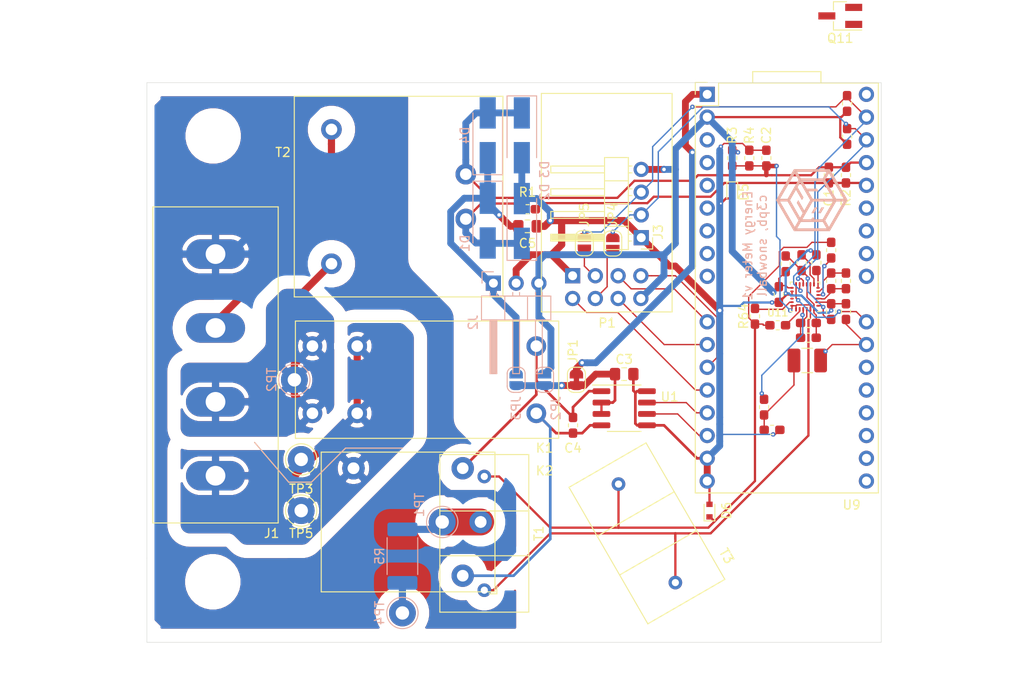
<source format=kicad_pcb>
(kicad_pcb (version 20171130) (host pcbnew "(5.1.2)-2")
  (layers (0 F.Cu signal) (31 B.Cu signal) (34 B.Paste user) (35 F.Paste user) (36 B.SilkS user) (37 F.SilkS user) (38 B.Mask user) (39 F.Mask user) (44 Edge.Cuts user))
  (net 0 "")
  (net 1 GND)
  (net 2 +3V3)
  (net 3 "Net-(U9-Pad36)")
  (net 4 "Net-(U9-Pad31)")
  (net 5 "Net-(U9-Pad22)")
  (net 6 "Net-(U9-Pad21)")
  (net 7 "Net-(U9-Pad20)")
  (net 8 "Net-(U9-Pad19)")
  (net 9 "Net-(U9-Pad9)")
  (net 10 "Net-(U9-Pad8)")
  (net 11 "Net-(U9-Pad7)")
  (net 12 "Net-(U9-Pad6)")
  (net 13 "Net-(U9-Pad5)")
  (net 14 "Net-(U9-Pad4)")
  (net 15 "Net-(U9-Pad3)")
  (net 16 "Net-(U11-Pad16)")
  (net 17 "Net-(C77-Pad2)")
  (net 18 "Net-(C77-Pad1)")
  (net 19 "Net-(C78-Pad2)")
  (net 20 "Net-(C78-Pad1)")
  (net 21 "Net-(R66-Pad1)")
  (net 22 "Net-(R74-Pad2)")
  (net 23 "Net-(R75-Pad1)")
  (net 24 "Net-(C84-Pad1)")
  (net 25 "/Modified LCR Meter/VDDA2")
  (net 26 /OP1_OUT_F)
  (net 27 /SCL)
  (net 28 /SDA)
  (net 29 "/Modified LCR Meter/AS1A_2")
  (net 30 "/Modified LCR Meter/AS0A_2")
  (net 31 "/Modified LCR Meter/OP1_OUT")
  (net 32 /TEMP1)
  (net 33 /DAC1)
  (net 34 /DAC0)
  (net 35 /PINENUT_TX)
  (net 36 /PINENUT_RX)
  (net 37 L_OUT)
  (net 38 L_IN)
  (net 39 N)
  (net 40 PE)
  (net 41 /VOLTAGE1)
  (net 42 /VOLTAGE0)
  (net 43 /BIAS)
  (net 44 /CURRENT1)
  (net 45 /CURRENT0)
  (net 46 "Net-(Q11-Pad3)")
  (net 47 "Net-(Q11-Pad2)")
  (net 48 "Net-(Q11-Pad1)")
  (net 49 "Net-(U9-Pad30)")
  (net 50 "Net-(U9-Pad24)")
  (net 51 "Net-(U9-Pad23)")
  (net 52 "Net-(C3-Pad1)")
  (net 53 +5V)
  (net 54 +6V)
  (net 55 /RELAY_SET)
  (net 56 /RELAY_RESET)
  (net 57 /PINENUT_RST)
  (net 58 /PINENUT_IO8_BOOT)
  (net 59 /6VAC)
  (net 60 "Net-(JP4-Pad1)")
  (net 61 "Net-(JP5-Pad2)")
  (net 62 /coil+)
  (net 63 /coil-)
  (net 64 "Net-(K2-Pad1)")
  (net 65 "Net-(R5-Pad1)")
  (module TestPoint:TestPoint_THTPad_D3.0mm_Drill1.5mm (layer F.Cu) (at 120.297 141.125)
    (fp_text reference TP5 (at 0 2.54) (layer F.SilkS))
    (fp_text value TestPoint)
    (pad 1 thru_hole circle (at 0 0) (size 3 3) (drill 1.5) (layers *.Cu *.Mask) (net 37 L_OUT))
  )
  (module TestPoint:TestPoint_THTPad_D3.0mm_Drill1.5mm (layer B.Cu) (at 131.6 152.555)
    (fp_text reference TP4 (at -2.54 0 90) (layer B.SilkS) (effects (justify mirror)))
    (fp_text value TestPoint)
    (pad 1 thru_hole circle (at 0 0) (size 3 3) (drill 1.5) (layers *.Cu *.Mask) (net 65 "Net-(R5-Pad1)"))
  )
  (module Resistor_SMD:R_2512_6332Metric_Pad1.52x3.35mm_HandSolder (layer B.Cu) (at 131.6 146.205 90)
    (fp_text reference R5 (at 0 -2.54 90) (layer B.SilkS) (effects (justify mirror)))
    (fp_text value "39kOhm, 2W, 1%")
    (pad 2 smd roundrect (at 2.9875 0 90) (size 1.525 3.35) (layers B.Cu B.Paste B.Mask) (roundrect_rratio 0.163934) (net 64 "Net-(K2-Pad1)"))
    (pad 1 smd roundrect (at -2.9875 0 90) (size 1.525 3.35) (layers B.Cu B.Paste B.Mask) (roundrect_rratio 0.163934) (net 65 "Net-(R5-Pad1)"))
  )
  (module TestPoint:TestPoint_THTPad_D3.0mm_Drill1.5mm (layer F.Cu) (at 120.297 135.41)
    (fp_text reference TP3 (at 0 3.302) (layer F.SilkS))
    (fp_text value TestPoint)
    (pad 1 thru_hole circle (at 0 0) (size 3 3) (drill 1.5) (layers *.Cu *.Mask) (net 37 L_OUT))
  )
  (module energy-meter:Relay_HF3FF_005 (layer F.Cu) (at 132.235 142.395 180)
    (fp_text reference K2 (at -15.24 5.715 180) (layer F.SilkS))
    (fp_text value "DNP / HF3FF/005-1HST")
    (pad 8 thru_hole circle (at 6.1 6 180) (size 2.5 2.5) (drill 1.3) (layers *.Cu *.Mask) (net 37 L_OUT))
    (pad 14 thru_hole circle (at -8.1 0 180) (size 2.5 2.5) (drill 1.3) (layers *.Cu *.Mask) (net 64 "Net-(K2-Pad1)"))
    (pad 6 thru_hole circle (at -6.1 -6 180) (size 2.5 2.5) (drill 1.3) (layers *.Cu *.Mask) (net 63 /coil-))
    (pad 1 thru_hole circle (at -8.1 0 180) (size 2.5 2.5) (drill 1.3) (layers *.Cu *.Mask) (net 64 "Net-(K2-Pad1)"))
    (pad 2 thru_hole circle (at -6.1 6 180) (size 2.5 2.5) (drill 1.3) (layers *.Cu *.Mask) (net 62 /coil+))
    (pad 7 thru_hole circle (at 6.1 6 180) (size 2.5 2.5) (drill 1.3) (layers *.Cu *.Mask) (net 37 L_OUT))
  )
  (module TestPoint:TestPoint_THTPad_D3.0mm_Drill1.5mm (layer B.Cu) (at 119.535 126.52)
    (fp_text reference TP2 (at -2.54 0 90) (layer B.SilkS) (effects (justify mirror)))
    (fp_text value TestPoint)
    (pad 1 thru_hole circle (at 0 0) (size 3 3) (drill 1.5) (layers *.Cu *.Mask) (net 38 L_IN))
  )
  (module TestPoint:TestPoint_THTPad_D3.0mm_Drill1.5mm (layer B.Cu) (at 136.045 142.395)
    (fp_text reference TP1 (at -2.54 -1.905 90) (layer B.SilkS) (effects (justify mirror)))
    (fp_text value TestPoint)
    (pad 1 thru_hole circle (at 0 0) (size 3 3) (drill 1.5) (layers *.Cu *.Mask) (net 64 "Net-(K2-Pad1)"))
  )
  (module energy-meter:AP-2500 (layer F.Cu) (at 158.905 143.665 120)
    (fp_text reference T3 (at -6.644705 6.428966 120) (layer F.SilkS))
    (fp_text value "DNP / AP-2500")
    (pad 2 thru_hole circle (at 6.35 0 120) (size 1.524 1.524) (drill 0.8) (layers *.Cu *.Mask) (net 45 /CURRENT0))
    (pad 1 thru_hole circle (at -6.35 0 120) (size 1.524 1.524) (drill 0.8) (layers *.Cu *.Mask) (net 44 /CURRENT1))
  )
  (module Connector_PinHeader_2.54mm:PinHeader_1x03_P2.54mm_Horizontal (layer B.Cu) (at 141.76 115.725 270)
    (fp_text reference J2 (at 4.385 2.27 90) (layer B.SilkS) (effects (justify mirror)))
    (fp_text value Conn_01x03)
    (pad 3 thru_hole oval (at 0 -5.08 270) (size 1.7 1.7) (drill 1) (layers *.Cu *.Mask) (net 2 +3V3))
    (pad 2 thru_hole oval (at 0 -2.54 270) (size 1.7 1.7) (drill 1) (layers *.Cu *.Mask) (net 1 GND))
    (pad 1 thru_hole rect (at 0 0 270) (size 1.7 1.7) (drill 1) (layers *.Cu *.Mask) (net 54 +6V))
  )
  (module Connector_PinHeader_2.54mm:PinHeader_1x04_P2.54mm_Horizontal (layer F.Cu) (at 158.27 110.645 180)
    (fp_text reference J3 (at -1.905 0.635 270) (layer F.SilkS))
    (fp_text value "I2C OLED Display, etc.")
    (pad 4 thru_hole oval (at 0 7.62 180) (size 1.7 1.7) (drill 1) (layers *.Cu *.Mask) (net 2 +3V3))
    (pad 3 thru_hole oval (at 0 5.08 180) (size 1.7 1.7) (drill 1) (layers *.Cu *.Mask) (net 28 /SDA))
    (pad 2 thru_hole oval (at 0 2.54 180) (size 1.7 1.7) (drill 1) (layers *.Cu *.Mask) (net 27 /SCL))
    (pad 1 thru_hole rect (at 0 0 180) (size 1.7 1.7) (drill 1) (layers *.Cu *.Mask) (net 1 GND))
  )
  (module NetTie:NetTie-2_SMD_Pad0.5mm (layer F.Cu) (at 172.875 102.644 180)
    (fp_text reference NT2 hide)
    (fp_text value Net-Tie_2)
    (fp_poly (pts (xy -0.5 -0.25) (xy 0.5 -0.25) (xy 0.5 0.25) (xy -0.5 0.25)) (layer F.Cu) (width 0))
    (pad 2 smd circle (at 0.5 0 180) (size 0.5 0.5) (layers F.Cu) (net 43 /BIAS))
    (pad 1 smd circle (at -0.5 0 180) (size 0.5 0.5) (layers F.Cu) (net 44 /CURRENT1))
  )
  (module NetTie:NetTie-2_SMD_Pad0.5mm (layer F.Cu) (at 172.24 103.16 270)
    (fp_text reference NT1 hide)
    (fp_text value Net-Tie_2)
    (fp_poly (pts (xy -0.5 -0.25) (xy 0.5 -0.25) (xy 0.5 0.25) (xy -0.5 0.25)) (layer F.Cu) (width 0))
    (pad 2 smd circle (at 0.5 0 270) (size 0.5 0.5) (layers F.Cu) (net 41 /VOLTAGE1))
    (pad 1 smd circle (at -0.5 0 270) (size 0.5 0.5) (layers F.Cu) (net 43 /BIAS))
  )
  (module Jumper:SolderJumper-2_P1.3mm_Open_RoundedPad1.0x1.5mm (layer F.Cu) (at 151.92 111.265 270)
    (fp_text reference JP5 (at -3.16 0 90) (layer F.SilkS))
    (fp_text value SolderJumper_2_Open)
    (pad 2 smd custom (at 0.65 0 270) (size 1 0.5) (layers F.Cu F.Mask) (net 61 "Net-(JP5-Pad2)") (options (clearance outline) (anchor rect)) (primitives (gr_circle (center 0 0.25) (end 0.5 0.25) (width 0)) (gr_circle (center 0 -0.25) (end 0.5 -0.25) (width 0)) (gr_poly (pts (xy 0 -0.75) (xy -0.5 -0.75) (xy -0.5 0.75) (xy 0 0.75)) (width 0))))
    (pad 1 smd custom (at -0.65 0 270) (size 1 0.5) (layers F.Cu F.Mask) (net 28 /SDA) (options (clearance outline) (anchor rect)) (primitives (gr_circle (center 0 0.25) (end 0.5 0.25) (width 0)) (gr_circle (center 0 -0.25) (end 0.5 -0.25) (width 0)) (gr_poly (pts (xy 0 -0.75) (xy 0.5 -0.75) (xy 0.5 0.75) (xy 0 0.75)) (width 0))))
  )
  (module Jumper:SolderJumper-2_P1.3mm_Open_RoundedPad1.0x1.5mm (layer F.Cu) (at 155.095 111.295 90)
    (fp_text reference JP4 (at 3.19 0 90) (layer F.SilkS))
    (fp_text value SolderJumper_2_Open)
    (pad 2 smd custom (at 0.65 0 90) (size 1 0.5) (layers F.Cu F.Mask) (net 27 /SCL) (options (clearance outline) (anchor rect)) (primitives (gr_circle (center 0 0.25) (end 0.5 0.25) (width 0)) (gr_circle (center 0 -0.25) (end 0.5 -0.25) (width 0)) (gr_poly (pts (xy 0 -0.75) (xy -0.5 -0.75) (xy -0.5 0.75) (xy 0 0.75)) (width 0))))
    (pad 1 smd custom (at -0.65 0 90) (size 1 0.5) (layers F.Cu F.Mask) (net 60 "Net-(JP4-Pad1)") (options (clearance outline) (anchor rect)) (primitives (gr_circle (center 0 0.25) (end 0.5 0.25) (width 0)) (gr_circle (center 0 -0.25) (end 0.5 -0.25) (width 0)) (gr_poly (pts (xy 0 -0.75) (xy 0.5 -0.75) (xy 0.5 0.75) (xy 0 0.75)) (width 0))))
  )
  (module Diode_SMD:D_SOD-523 (layer F.Cu) (at 165.89 141.125 90)
    (fp_text reference D6 (at 0 1.905 90) (layer F.SilkS))
    (fp_text value ESD5Z5.0T1G)
    (pad 1 smd rect (at -0.7 0 270) (size 0.6 0.7) (layers F.Cu F.Paste F.Mask) (net 45 /CURRENT0))
    (pad 2 smd rect (at 0.7 0 270) (size 0.6 0.7) (layers F.Cu F.Paste F.Mask) (net 1 GND))
  )
  (module Diode_SMD:D_SOD-523 (layer F.Cu) (at 168.43 105.565 270)
    (fp_text reference D5 (at 0 -1.3 90) (layer F.SilkS))
    (fp_text value ESD5Z5.0T1G)
    (pad 1 smd rect (at -0.7 0 90) (size 0.6 0.7) (layers F.Cu F.Paste F.Mask) (net 42 /VOLTAGE0))
    (pad 2 smd rect (at 0.7 0 90) (size 0.6 0.7) (layers F.Cu F.Paste F.Mask) (net 1 GND))
  )
  (module Diode_SMD:D_SMA_Handsoldering (layer B.Cu) (at 144.935 99.215 270)
    (fp_text reference D4 (at 0 6.35 90) (layer B.SilkS) (effects (justify mirror)))
    (fp_text value D_Schottky)
    (pad 2 smd rect (at 2.5 0 270) (size 3.5 1.8) (layers B.Cu B.Paste B.Mask) (net 1 GND))
    (pad 1 smd rect (at -2.5 0 270) (size 3.5 1.8) (layers B.Cu B.Paste B.Mask) (net 41 /VOLTAGE1))
  )
  (module Diode_SMD:D_SMA_Handsoldering (layer B.Cu) (at 141.125 99.215 90)
    (fp_text reference D3 (at -3.81 6.35 90) (layer B.SilkS) (effects (justify mirror)))
    (fp_text value D_Schottky)
    (pad 2 smd rect (at 2.5 0 90) (size 3.5 1.8) (layers B.Cu B.Paste B.Mask) (net 41 /VOLTAGE1))
    (pad 1 smd rect (at -2.5 0 90) (size 3.5 1.8) (layers B.Cu B.Paste B.Mask) (net 54 +6V))
  )
  (module Diode_SMD:D_SMA_Handsoldering (layer B.Cu) (at 144.935 108.78 90)
    (fp_text reference D2 (at 3.215 2.54 90) (layer B.SilkS) (effects (justify mirror)))
    (fp_text value D_Schottky)
    (pad 2 smd rect (at 2.5 0 90) (size 3.5 1.8) (layers B.Cu B.Paste B.Mask) (net 1 GND))
    (pad 1 smd rect (at -2.5 0 90) (size 3.5 1.8) (layers B.Cu B.Paste B.Mask) (net 59 /6VAC))
  )
  (module Diode_SMD:D_SMA_Handsoldering (layer B.Cu) (at 141.125 108.74 270)
    (fp_text reference D1 (at 2.54 2.54 90) (layer B.SilkS) (effects (justify mirror)))
    (fp_text value D_Schottky)
    (pad 2 smd rect (at 2.5 0 270) (size 3.5 1.8) (layers B.Cu B.Paste B.Mask) (net 59 /6VAC))
    (pad 1 smd rect (at -2.5 0 270) (size 3.5 1.8) (layers B.Cu B.Paste B.Mask) (net 54 +6V))
  )
  (module Capacitor_SMD:C_0805_2012Metric_Pad1.15x1.40mm_HandSolder (layer F.Cu) (at 145.57 109.375)
    (fp_text reference C5 (at 0 1.905) (layer F.SilkS))
    (fp_text value 10u)
    (pad 2 smd roundrect (at 1.025 0) (size 1.15 1.4) (layers F.Cu F.Paste F.Mask) (roundrect_rratio 0.217391) (net 1 GND))
    (pad 1 smd roundrect (at -1.025 0) (size 1.15 1.4) (layers F.Cu F.Paste F.Mask) (roundrect_rratio 0.217391) (net 54 +6V))
  )
  (module Package_SO:SOP-8_3.76x4.96mm_P1.27mm (layer F.Cu) (at 156.365 129.695)
    (fp_text reference U1 (at 5.08 -1.27) (layer F.SilkS))
    (fp_text value L9110S)
    (pad 8 smd roundrect (at 2.5375 -1.905) (size 1.975 0.65) (layers F.Cu F.Paste F.Mask) (net 1 GND))
    (pad 7 smd roundrect (at 2.5375 -0.635) (size 1.975 0.65) (layers F.Cu F.Paste F.Mask) (net 55 /RELAY_SET))
    (pad 6 smd roundrect (at 2.5375 0.635) (size 1.975 0.65) (layers F.Cu F.Paste F.Mask) (net 56 /RELAY_RESET))
    (pad 5 smd roundrect (at 2.5375 1.905) (size 1.975 0.65) (layers F.Cu F.Paste F.Mask) (net 1 GND))
    (pad 4 smd roundrect (at -2.5375 1.905) (size 1.975 0.65) (layers F.Cu F.Paste F.Mask) (net 63 /coil-))
    (pad 3 smd roundrect (at -2.5375 0.635) (size 1.975 0.65) (layers F.Cu F.Paste F.Mask) (net 52 "Net-(C3-Pad1)"))
    (pad 2 smd roundrect (at -2.5375 -0.635) (size 1.975 0.65) (layers F.Cu F.Paste F.Mask) (net 52 "Net-(C3-Pad1)"))
    (pad 1 smd roundrect (at -2.5375 -1.905) (size 1.975 0.65) (layers F.Cu F.Paste F.Mask) (net 62 /coil+))
  )
  (module Package_TO_SOT_SMD:SOT-23_Handsoldering (layer F.Cu) (at 180.495 85.88 180)
    (fp_text reference Q11 (at 0 -2.5) (layer F.SilkS))
    (fp_text value AP3400)
    (pad 3 smd rect (at 1.5 0 180) (size 1.9 0.8) (layers F.Cu F.Paste F.Mask) (net 46 "Net-(Q11-Pad3)"))
    (pad 2 smd rect (at -1.5 0.95 180) (size 1.9 0.8) (layers F.Cu F.Paste F.Mask) (net 47 "Net-(Q11-Pad2)"))
    (pad 1 smd rect (at -1.5 -0.95 180) (size 1.9 0.8) (layers F.Cu F.Paste F.Mask) (net 48 "Net-(Q11-Pad1)"))
  )
  (module Jumper:SolderJumper-2_P1.3mm_Open_RoundedPad1.0x1.5mm (layer B.Cu) (at 144.3 126.52 270)
    (fp_text reference JP3 (at 3.175 0 90) (layer B.SilkS) (effects (justify mirror)))
    (fp_text value SolderJumper_2_Open)
    (pad 2 smd custom (at 0.65 0 270) (size 1 0.5) (layers B.Cu B.Mask) (net 52 "Net-(C3-Pad1)") (options (clearance outline) (anchor rect)) (primitives (gr_circle (center 0 -0.25) (end 0.5 -0.25) (width 0)) (gr_circle (center 0 0.25) (end 0.5 0.25) (width 0)) (gr_poly (pts (xy 0 0.75) (xy -0.5 0.75) (xy -0.5 -0.75) (xy 0 -0.75)) (width 0))))
    (pad 1 smd custom (at -0.65 0 270) (size 1 0.5) (layers B.Cu B.Mask) (net 54 +6V) (options (clearance outline) (anchor rect)) (primitives (gr_circle (center 0 -0.25) (end 0.5 -0.25) (width 0)) (gr_circle (center 0 0.25) (end 0.5 0.25) (width 0)) (gr_poly (pts (xy 0 0.75) (xy 0.5 0.75) (xy 0.5 -0.75) (xy 0 -0.75)) (width 0))))
  )
  (module Jumper:SolderJumper-2_P1.3mm_Open_RoundedPad1.0x1.5mm (layer B.Cu) (at 147.475 126.52 270)
    (fp_text reference JP2 (at 3.175 -1.27 90) (layer B.SilkS) (effects (justify mirror)))
    (fp_text value SolderJumper_2_Open)
    (pad 2 smd custom (at 0.65 0 270) (size 1 0.5) (layers B.Cu B.Mask) (net 52 "Net-(C3-Pad1)") (options (clearance outline) (anchor rect)) (primitives (gr_circle (center 0 -0.25) (end 0.5 -0.25) (width 0)) (gr_circle (center 0 0.25) (end 0.5 0.25) (width 0)) (gr_poly (pts (xy 0 0.75) (xy -0.5 0.75) (xy -0.5 -0.75) (xy 0 -0.75)) (width 0))))
    (pad 1 smd custom (at -0.65 0 270) (size 1 0.5) (layers B.Cu B.Mask) (net 2 +3V3) (options (clearance outline) (anchor rect)) (primitives (gr_circle (center 0 -0.25) (end 0.5 -0.25) (width 0)) (gr_circle (center 0 0.25) (end 0.5 0.25) (width 0)) (gr_poly (pts (xy 0 0.75) (xy 0.5 0.75) (xy 0.5 -0.75) (xy 0 -0.75)) (width 0))))
  )
  (module Jumper:SolderJumper-2_P1.3mm_Bridged_RoundedPad1.0x1.5mm (layer F.Cu) (at 151.031 126.52 270)
    (fp_text reference JP1 (at -3.175 0.381 270) (layer F.SilkS))
    (fp_text value SolderJumper_2_Bridged)
    (fp_poly (pts (xy 0.25 -0.3) (xy -0.25 -0.3) (xy -0.25 0.3) (xy 0.25 0.3)) (layer F.Cu) (width 0))
    (pad 1 smd custom (at -0.65 0 270) (size 1 0.5) (layers F.Cu F.Mask) (net 53 +5V) (options (clearance outline) (anchor rect)) (primitives (gr_circle (center 0 0.25) (end 0.5 0.25) (width 0)) (gr_circle (center 0 -0.25) (end 0.5 -0.25) (width 0)) (gr_poly (pts (xy 0 -0.75) (xy 0.5 -0.75) (xy 0.5 0.75) (xy 0 0.75)) (width 0))))
    (pad 2 smd custom (at 0.65 0 270) (size 1 0.5) (layers F.Cu F.Mask) (net 52 "Net-(C3-Pad1)") (options (clearance outline) (anchor rect)) (primitives (gr_circle (center 0 0.25) (end 0.5 0.25) (width 0)) (gr_circle (center 0 -0.25) (end 0.5 -0.25) (width 0)) (gr_poly (pts (xy 0 -0.75) (xy -0.5 -0.75) (xy -0.5 0.75) (xy 0 0.75)) (width 0))))
  )
  (module Capacitor_SMD:C_0603_1608Metric_Pad1.05x0.95mm_HandSolder (layer F.Cu) (at 150.65 131.6 90)
    (fp_text reference C4 (at -2.54 0 180) (layer F.SilkS))
    (fp_text value 100n)
    (pad 2 smd roundrect (at 0.875 0 90) (size 1.05 0.95) (layers F.Cu F.Paste F.Mask) (net 62 /coil+))
    (pad 1 smd roundrect (at -0.875 0 90) (size 1.05 0.95) (layers F.Cu F.Paste F.Mask) (net 63 /coil-))
  )
  (module Capacitor_SMD:C_0805_2012Metric_Pad1.15x1.40mm_HandSolder (layer F.Cu) (at 156.365 125.885)
    (fp_text reference C3 (at 0 -1.65) (layer F.SilkS))
    (fp_text value 10u)
    (pad 2 smd roundrect (at 1.025 0) (size 1.15 1.4) (layers F.Cu F.Paste F.Mask) (roundrect_rratio 0.217391) (net 1 GND))
    (pad 1 smd roundrect (at -1.025 0) (size 1.15 1.4) (layers F.Cu F.Paste F.Mask) (roundrect_rratio 0.217391) (net 52 "Net-(C3-Pad1)"))
  )
  (module glowstone:GD32VF103CBT6-Sipeed-Longan-Nano (layer F.Cu) (at 165.636 94.643)
    (fp_text reference U9 (at 16.129 45.847) (layer F.SilkS))
    (fp_text value GD32VF103)
    (pad 1 thru_hole rect (at 0 0) (size 1.7 1.7) (drill 1) (layers *.Cu *.Mask) (net 53 +5V))
    (pad 2 thru_hole oval (at 0 2.54) (size 1.7 1.7) (drill 1) (layers *.Cu *.Mask) (net 2 +3V3))
    (pad 3 thru_hole oval (at 0 5.08) (size 1.7 1.7) (drill 1) (layers *.Cu *.Mask) (net 15 "Net-(U9-Pad3)"))
    (pad 4 thru_hole oval (at 0 7.62) (size 1.7 1.7) (drill 1) (layers *.Cu *.Mask) (net 14 "Net-(U9-Pad4)"))
    (pad 5 thru_hole oval (at 0 10.16) (size 1.7 1.7) (drill 1) (layers *.Cu *.Mask) (net 13 "Net-(U9-Pad5)"))
    (pad 6 thru_hole oval (at 0 12.7) (size 1.7 1.7) (drill 1) (layers *.Cu *.Mask) (net 12 "Net-(U9-Pad6)"))
    (pad 7 thru_hole oval (at 0 15.24) (size 1.7 1.7) (drill 1) (layers *.Cu *.Mask) (net 11 "Net-(U9-Pad7)"))
    (pad 8 thru_hole oval (at 0 17.78) (size 1.7 1.7) (drill 1) (layers *.Cu *.Mask) (net 10 "Net-(U9-Pad8)"))
    (pad 9 thru_hole oval (at 0 20.32) (size 1.7 1.7) (drill 1) (layers *.Cu *.Mask) (net 9 "Net-(U9-Pad9)"))
    (pad 11 thru_hole oval (at 0 25.4) (size 1.7 1.7) (drill 1) (layers *.Cu *.Mask) (net 58 /PINENUT_IO8_BOOT))
    (pad 12 thru_hole oval (at 0 27.94) (size 1.7 1.7) (drill 1) (layers *.Cu *.Mask) (net 57 /PINENUT_RST))
    (pad 13 thru_hole oval (at 0 30.48) (size 1.7 1.7) (drill 1) (layers *.Cu *.Mask) (net 36 /PINENUT_RX))
    (pad 14 thru_hole oval (at 0 33.02) (size 1.7 1.7) (drill 1) (layers *.Cu *.Mask) (net 35 /PINENUT_TX))
    (pad 15 thru_hole oval (at 0 35.56) (size 1.7 1.7) (drill 1) (layers *.Cu *.Mask) (net 55 /RELAY_SET))
    (pad 16 thru_hole oval (at 0 38.1) (size 1.7 1.7) (drill 1) (layers *.Cu *.Mask) (net 56 /RELAY_RESET))
    (pad 17 thru_hole oval (at 0 40.64) (size 1.7 1.7) (drill 1) (layers *.Cu *.Mask) (net 1 GND))
    (pad 18 thru_hole oval (at 0 43.18) (size 1.7 1.7) (drill 1) (layers *.Cu *.Mask) (net 1 GND))
    (pad 19 thru_hole oval (at 17.78 43.18 180) (size 1.7 1.7) (drill 1) (layers *.Cu *.Mask) (net 8 "Net-(U9-Pad19)"))
    (pad 20 thru_hole oval (at 17.78 40.64 180) (size 1.7 1.7) (drill 1) (layers *.Cu *.Mask) (net 7 "Net-(U9-Pad20)"))
    (pad 21 thru_hole oval (at 17.78 38.1 180) (size 1.7 1.7) (drill 1) (layers *.Cu *.Mask) (net 6 "Net-(U9-Pad21)"))
    (pad 22 thru_hole oval (at 17.78 35.56 180) (size 1.7 1.7) (drill 1) (layers *.Cu *.Mask) (net 5 "Net-(U9-Pad22)"))
    (pad 23 thru_hole oval (at 17.78 33.02 180) (size 1.7 1.7) (drill 1) (layers *.Cu *.Mask) (net 51 "Net-(U9-Pad23)"))
    (pad 24 thru_hole oval (at 17.78 30.48 180) (size 1.7 1.7) (drill 1) (layers *.Cu *.Mask) (net 50 "Net-(U9-Pad24)"))
    (pad 25 thru_hole oval (at 17.78 27.94 180) (size 1.7 1.7) (drill 1) (layers *.Cu *.Mask) (net 26 /OP1_OUT_F))
    (pad 26 thru_hole oval (at 17.78 25.4 180) (size 1.7 1.7) (drill 1) (layers *.Cu *.Mask) (net 32 /TEMP1))
    (pad 28 thru_hole oval (at 17.78 20.32 180) (size 1.7 1.7) (drill 1) (layers *.Cu *.Mask) (net 34 /DAC0))
    (pad 29 thru_hole oval (at 17.78 17.78 180) (size 1.7 1.7) (drill 1) (layers *.Cu *.Mask) (net 33 /DAC1))
    (pad 30 thru_hole oval (at 17.78 15.24 180) (size 1.7 1.7) (drill 1) (layers *.Cu *.Mask) (net 49 "Net-(U9-Pad30)"))
    (pad 31 thru_hole oval (at 17.78 12.7 180) (size 1.7 1.7) (drill 1) (layers *.Cu *.Mask) (net 4 "Net-(U9-Pad31)"))
    (pad 32 thru_hole oval (at 17.78 10.16 180) (size 1.7 1.7) (drill 1) (layers *.Cu *.Mask) (net 42 /VOLTAGE0))
    (pad 33 thru_hole oval (at 17.78 7.62 180) (size 1.7 1.7) (drill 1) (layers *.Cu *.Mask) (net 41 /VOLTAGE1))
    (pad 34 thru_hole oval (at 17.78 5.08 180) (size 1.7 1.7) (drill 1) (layers *.Cu *.Mask) (net 27 /SCL))
    (pad 35 thru_hole oval (at 17.78 2.54 180) (size 1.7 1.7) (drill 1) (layers *.Cu *.Mask) (net 28 /SDA))
    (pad 36 thru_hole oval (at 17.78 0 180) (size 1.7 1.7) (drill 1) (layers *.Cu *.Mask) (net 3 "Net-(U9-Pad36)"))
  )
  (module Resistor_SMD:R_0603_1608Metric_Pad1.05x0.95mm_HandSolder (layer F.Cu) (at 170.335 101.755 90)
    (fp_text reference R4 (at 2.54 0 90) (layer F.SilkS))
    (fp_text value "1k, 0.1%")
    (pad 2 smd roundrect (at 0.875 0 90) (size 1.05 0.95) (layers F.Cu F.Paste F.Mask) (net 1 GND))
    (pad 1 smd roundrect (at -0.875 0 90) (size 1.05 0.95) (layers F.Cu F.Paste F.Mask) (net 43 /BIAS))
  )
  (module Resistor_SMD:R_0603_1608Metric_Pad1.05x0.95mm_HandSolder (layer F.Cu) (at 168.43 101.755 270)
    (fp_text reference R3 (at -2.54 0 90) (layer F.SilkS))
    (fp_text value "1k, 0.1%")
    (pad 2 smd roundrect (at 0.875 0 270) (size 1.05 0.95) (layers F.Cu F.Paste F.Mask) (net 43 /BIAS))
    (pad 1 smd roundrect (at -0.875 0 270) (size 1.05 0.95) (layers F.Cu F.Paste F.Mask) (net 2 +3V3))
  )
  (module Resistor_SMD:R_0603_1608Metric_Pad1.05x0.95mm_HandSolder (layer F.Cu) (at 181.13 103.66 270)
    (fp_text reference R2 (at 2.54 0 90) (layer F.SilkS))
    (fp_text value "1k, 0.1%")
    (pad 2 smd roundrect (at 0.875 0 270) (size 1.05 0.95) (layers F.Cu F.Paste F.Mask) (net 42 /VOLTAGE0))
    (pad 1 smd roundrect (at -0.875 0 270) (size 1.05 0.95) (layers F.Cu F.Paste F.Mask) (net 41 /VOLTAGE1))
  )
  (module Resistor_SMD:R_0603_1608Metric_Pad1.05x0.95mm_HandSolder (layer F.Cu) (at 145.57 107.47 180)
    (fp_text reference R1 (at 0 1.905) (layer F.SilkS))
    (fp_text value "5k, 0.1%")
    (pad 2 smd roundrect (at 0.875 0 180) (size 1.05 0.95) (layers F.Cu F.Paste F.Mask) (net 59 /6VAC))
    (pad 1 smd roundrect (at -0.875 0 180) (size 1.05 0.95) (layers F.Cu F.Paste F.Mask) (net 42 /VOLTAGE0))
  )
  (module Capacitor_SMD:C_0603_1608Metric_Pad1.05x0.95mm_HandSolder (layer F.Cu) (at 172.24 101.755 90)
    (fp_text reference C2 (at 2.54 0 90) (layer F.SilkS))
    (fp_text value 100n)
    (pad 2 smd roundrect (at 0.875 0 90) (size 1.05 0.95) (layers F.Cu F.Paste F.Mask) (net 1 GND))
    (pad 1 smd roundrect (at -0.875 0 90) (size 1.05 0.95) (layers F.Cu F.Paste F.Mask) (net 43 /BIAS))
  )
  (module Capacitor_SMD:C_0603_1608Metric_Pad1.05x0.95mm_HandSolder (layer F.Cu) (at 179.225 103.66 90)
    (fp_text reference C1 (at -2.54 0 90) (layer F.SilkS))
    (fp_text value 10n)
    (pad 2 smd roundrect (at 0.875 0 90) (size 1.05 0.95) (layers F.Cu F.Paste F.Mask) (net 41 /VOLTAGE1))
    (pad 1 smd roundrect (at -0.875 0 90) (size 1.05 0.95) (layers F.Cu F.Paste F.Mask) (net 42 /VOLTAGE0))
  )
  (module Resistor_SMD:R_0603_1608Metric_Pad1.05x0.95mm_HandSolder (layer F.Cu) (at 173.51 120.424)
    (fp_text reference R85 hide)
    (fp_text value "50R, 0.1%")
    (pad 2 smd roundrect (at 0.875 0) (size 1.05 0.95) (layers F.Cu F.Paste F.Mask) (net 30 "/Modified LCR Meter/AS0A_2"))
    (pad 1 smd roundrect (at -0.875 0) (size 1.05 0.95) (layers F.Cu F.Paste F.Mask) (net 45 /CURRENT0))
  )
  (module Resistor_SMD:R_0603_1608Metric_Pad1.05x0.95mm_HandSolder (layer F.Cu) (at 170.97 119.422 270)
    (fp_text reference R64 (at 0 1.27 90) (layer F.SilkS))
    (fp_text value "50k, 0.1%")
    (pad 2 smd roundrect (at 0.875 0 270) (size 1.05 0.95) (layers F.Cu F.Paste F.Mask) (net 45 /CURRENT0))
    (pad 1 smd roundrect (at -0.875 0 270) (size 1.05 0.95) (layers F.Cu F.Paste F.Mask) (net 29 "/Modified LCR Meter/AS1A_2"))
  )
  (module Resistor_SMD:R_0603_1608Metric_Pad1.05x0.95mm_HandSolder (layer F.Cu) (at 171.986 129.568 90)
    (fp_text reference R90 hide)
    (fp_text value "1k, 1%")
    (pad 2 smd roundrect (at 0.875 0 90) (size 1.05 0.95) (layers F.Cu F.Paste F.Mask) (net 31 "/Modified LCR Meter/OP1_OUT"))
    (pad 1 smd roundrect (at -0.875 0 90) (size 1.05 0.95) (layers F.Cu F.Paste F.Mask) (net 24 "Net-(C84-Pad1)"))
  )
  (module energy-meter:AP-2500 (layer F.Cu) (at 140.744 143.665 90)
    (fp_text reference T1 (at 0 6.096 90) (layer F.SilkS))
    (fp_text value AP-2500)
    (pad 2 thru_hole circle (at 6.35 0 90) (size 1.524 1.524) (drill 0.8) (layers *.Cu *.Mask) (net 45 /CURRENT0))
    (pad 1 thru_hole circle (at -6.35 0 90) (size 1.524 1.524) (drill 0.8) (layers *.Cu *.Mask) (net 44 /CURRENT1))
  )
  (module MountingHole:MountingHole_3.2mm_M3 (layer F.Cu) (at 110.467 99.285)
    (fp_text reference REF** hide)
    (fp_text value MountingHole_3.2mm_M3)
    (pad 1 np_thru_hole circle (at 0 0) (size 3.2 3.2) (drill 3.2) (layers *.Cu *.Mask))
  )
  (module MountingHole:MountingHole_3.2mm_M3 (layer F.Cu) (at 150.417 99.135)
    (fp_text reference REF** hide)
    (fp_text value MountingHole_3.2mm_M3)
    (pad 1 np_thru_hole circle (at 0 0) (size 3.2 3.2) (drill 3.2) (layers *.Cu *.Mask))
  )
  (module MountingHole:MountingHole_3.2mm_M3 (layer F.Cu) (at 150.667 149.235)
    (fp_text reference REF** hide)
    (fp_text value MountingHole_3.2mm_M3)
    (pad 1 np_thru_hole circle (at 0 0) (size 3.2 3.2) (drill 3.2) (layers *.Cu *.Mask))
  )
  (module energy-meter:DG35C-B-04P-13-200AH (layer F.Cu) (at 110.729 124.855 270)
    (fp_text reference J1 (at 18.81 -6.266 180) (layer F.SilkS))
    (fp_text value Screw_Terminal_01x04)
    (pad 4 thru_hole oval (at 12.375 0 270) (size 3.3 6.6) (drill 2.2) (layers *.Cu *.Mask) (net 37 L_OUT))
    (pad 3 thru_hole oval (at 4.125 0 270) (size 3.3 6.6) (drill 2.2) (layers *.Cu *.Mask) (net 38 L_IN))
    (pad 2 thru_hole oval (at -4.125 0 270) (size 3.3 6.6) (drill 2.2) (layers *.Cu *.Mask) (net 39 N))
    (pad 1 thru_hole oval (at -12.375 0 270) (size 3.3 6.6) (drill 2.2) (layers *.Cu *.Mask) (net 40 PE))
  )
  (module energy-meter:Z16-KRADEX (layer F.Cu) (at 200.772 89.93)
    (fp_text reference REF** hide)
    (fp_text value Z16-KRADEX)
  )
  (module energy-meter:G5RL-U1A-E (layer F.Cu) (at 134.351 126.506 180)
    (fp_text reference K1 (at -13.124 -7.634) (layer F.SilkS))
    (fp_text value G5RL-U1A-E)
    (pad 6 thru_hole circle (at 7.8 -3.75 180) (size 2.2 2.2) (drill 1.3) (layers *.Cu *.Mask) (net 37 L_OUT))
    (pad 5 thru_hole circle (at 12.8 -3.75 180) (size 2.2 2.2) (drill 1.3) (layers *.Cu *.Mask) (net 38 L_IN))
    (pad 4 thru_hole circle (at 12.8 3.75 180) (size 2.2 2.2) (drill 1.3) (layers *.Cu *.Mask) (net 38 L_IN))
    (pad 3 thru_hole circle (at 7.8 3.75 180) (size 2.2 2.2) (drill 1.3) (layers *.Cu *.Mask) (net 37 L_OUT))
    (pad 1 thru_hole circle (at -12.2 3.75 180) (size 2.2 2.2) (drill 1.3) (layers *.Cu *.Mask) (net 62 /coil+))
    (pad 8 thru_hole circle (at -12.2 -3.75 180) (size 2.2 2.2) (drill 1.3) (layers *.Cu *.Mask) (net 63 /coil-))
  )
  (module energy-meter:BV202 (layer F.Cu) (at 131.176 106.059 90)
    (fp_text reference T2 (at 4.939 -12.911 180) (layer F.SilkS))
    (fp_text value "BV 202 0154")
    (pad 7 thru_hole circle (at -2.5 7.5 90) (size 2.3 2.3) (drill 1.3) (layers *.Cu *.Mask) (net 59 /6VAC))
    (pad 6 thru_hole circle (at 2.5 7.5 90) (size 2.3 2.3) (drill 1.3) (layers *.Cu *.Mask) (net 41 /VOLTAGE1))
    (pad 4 thru_hole circle (at 7.5 -7.5 90) (size 2.3 2.3) (drill 1.3) (layers *.Cu *.Mask) (net 39 N))
    (pad 1 thru_hole circle (at -7.5 -7.5 90) (size 2.3 2.3) (drill 1.3) (layers *.Cu *.Mask) (net 38 L_IN))
  )
  (module energy-meter:Pinenut-01S (layer F.Cu) (at 154.417 116.1682 90)
    (fp_text reference P1 (at -4.0018 0.043 180) (layer F.SilkS))
    (fp_text value PineNut)
    (pad 2 thru_hole circle (at -1.27 -3.81 90) (size 1.7 1.7) (drill 1) (layers *.Cu *.Mask) (net 35 /PINENUT_TX))
    (pad 4 thru_hole circle (at -1.27 -1.27 90) (size 1.7 1.7) (drill 1) (layers *.Cu *.Mask) (net 60 "Net-(JP4-Pad1)"))
    (pad 6 thru_hole circle (at -1.27 1.27 90) (size 1.7 1.7) (drill 1) (layers *.Cu *.Mask) (net 57 /PINENUT_RST))
    (pad 8 thru_hole circle (at -1.27 3.81 90) (size 1.7 1.7) (drill 1) (layers *.Cu *.Mask) (net 2 +3V3))
    (pad 7 thru_hole circle (at 1.27 3.81 90) (size 1.7 1.7) (drill 1) (layers *.Cu *.Mask) (net 36 /PINENUT_RX))
    (pad 5 thru_hole circle (at 1.27 1.27 90) (size 1.7 1.7) (drill 1) (layers *.Cu *.Mask) (net 58 /PINENUT_IO8_BOOT))
    (pad 3 thru_hole circle (at 1.27 -1.27 90) (size 1.7 1.7) (drill 1) (layers *.Cu *.Mask) (net 61 "Net-(JP5-Pad2)"))
    (pad 1 thru_hole rect (at 1.27 -3.81 90) (size 1.7 1.7) (drill 1) (layers *.Cu *.Mask) (net 1 GND))
  )
  (module MountingHole:MountingHole_3.2mm_M3 (layer F.Cu) (at 110.427 149.075)
    (fp_text reference REF** hide)
    (fp_text value MountingHole_3.2mm_M3)
    (pad 1 np_thru_hole circle (at 0 0) (size 3.2 3.2) (drill 3.2) (layers *.Cu *.Mask))
  )
  (module glowstone:subraum_8mm (layer B.Cu) (at 177.32 106.454 270)
    (fp_text reference G*** hide)
    (fp_text value LOGO hide)
  )
  (module Resistor_SMD:R_0603_1608Metric_Pad1.05x0.95mm_HandSolder (layer F.Cu) (at 181.13 118.9 270)
    (fp_text reference R91 hide)
    (fp_text value "1k, 1%")
    (pad 2 smd roundrect (at 0.875 0 270) (size 1.05 0.95) (layers F.Cu F.Paste F.Mask) (net 26 /OP1_OUT_F))
    (pad 1 smd roundrect (at -0.875 0 270) (size 1.05 0.95) (layers F.Cu F.Paste F.Mask) (net 1 GND))
  )
  (module Inductor_SMD:L_1210_3225Metric_Pad1.42x2.65mm_HandSolder (layer F.Cu) (at 176.812 124.361)
    (fp_text reference L4 hide)
    (fp_text value 470u)
    (pad 2 smd roundrect (at 1.4875 0) (size 1.425 2.65) (layers F.Cu F.Paste F.Mask) (roundrect_rratio 0.175439) (net 26 /OP1_OUT_F))
    (pad 1 smd roundrect (at -1.4875 0) (size 1.425 2.65) (layers F.Cu F.Paste F.Mask) (roundrect_rratio 0.175439) (net 24 "Net-(C84-Pad1)"))
  )
  (module Capacitor_SMD:C_0603_1608Metric_Pad1.05x0.95mm_HandSolder (layer F.Cu) (at 172.875 132.108)
    (fp_text reference C84 hide)
    (fp_text value "270p, 1%")
    (pad 2 smd roundrect (at 0.875 0) (size 1.05 0.95) (layers F.Cu F.Paste F.Mask) (net 1 GND))
    (pad 1 smd roundrect (at -0.875 0) (size 1.05 0.95) (layers F.Cu F.Paste F.Mask) (net 24 "Net-(C84-Pad1)"))
  )
  (module Capacitor_SMD:C_0603_1608Metric_Pad1.05x0.95mm_HandSolder (layer F.Cu) (at 173.637 116.995 270)
    (fp_text reference C68 hide)
    (fp_text value 100n)
    (pad 2 smd roundrect (at 0.875 0 270) (size 1.05 0.95) (layers F.Cu F.Paste F.Mask) (net 1 GND))
    (pad 1 smd roundrect (at -0.875 0 270) (size 1.05 0.95) (layers F.Cu F.Paste F.Mask) (net 2 +3V3))
  )
  (module Resistor_SMD:R_0603_1608Metric_Pad1.05x0.95mm_HandSolder (layer F.Cu) (at 177.828 113.439 90)
    (fp_text reference R75 hide)
    (fp_text value 47k)
    (pad 2 smd roundrect (at 0.875 0 90) (size 1.05 0.95) (layers F.Cu F.Paste F.Mask) (net 1 GND))
    (pad 1 smd roundrect (at -0.875 0 90) (size 1.05 0.95) (layers F.Cu F.Paste F.Mask) (net 23 "Net-(R75-Pad1)"))
  )
  (module Resistor_SMD:R_0603_1608Metric_Pad1.05x0.95mm_HandSolder (layer F.Cu) (at 176.177 113.439 90)
    (fp_text reference R74 hide)
    (fp_text value 47k)
    (pad 2 smd roundrect (at 0.875 0 90) (size 1.05 0.95) (layers F.Cu F.Paste F.Mask) (net 22 "Net-(R74-Pad2)"))
    (pad 1 smd roundrect (at -0.875 0 90) (size 1.05 0.95) (layers F.Cu F.Paste F.Mask) (net 25 "/Modified LCR Meter/VDDA2"))
  )
  (module Resistor_SMD:R_0603_1608Metric_Pad1.05x0.95mm_HandSolder (layer F.Cu) (at 176.939 121.821 180)
    (fp_text reference R73 hide)
    (fp_text value 10k)
    (pad 2 smd roundrect (at 0.875 0 180) (size 1.05 0.95) (layers F.Cu F.Paste F.Mask) (net 19 "Net-(C78-Pad2)"))
    (pad 1 smd roundrect (at -0.875 0 180) (size 1.05 0.95) (layers F.Cu F.Paste F.Mask) (net 20 "Net-(C78-Pad1)"))
  )
  (module Resistor_SMD:R_0603_1608Metric_Pad1.05x0.95mm_HandSolder (layer F.Cu) (at 181.13 115.471 270)
    (fp_text reference R72 hide)
    (fp_text value 10k)
    (pad 2 smd roundrect (at 0.875 0 270) (size 1.05 0.95) (layers F.Cu F.Paste F.Mask) (net 17 "Net-(C77-Pad2)"))
    (pad 1 smd roundrect (at -0.875 0 270) (size 1.05 0.95) (layers F.Cu F.Paste F.Mask) (net 18 "Net-(C77-Pad1)"))
  )
  (module Resistor_SMD:R_0603_1608Metric_Pad1.05x0.95mm_HandSolder (layer F.Cu) (at 179.479 112.042 90)
    (fp_text reference R66 hide)
    (fp_text value 1k)
    (pad 2 smd roundrect (at 0.875 0 90) (size 1.05 0.95) (layers F.Cu F.Paste F.Mask) (net 45 /CURRENT0))
    (pad 1 smd roundrect (at -0.875 0 90) (size 1.05 0.95) (layers F.Cu F.Paste F.Mask) (net 21 "Net-(R66-Pad1)"))
  )
  (module Capacitor_SMD:C_0603_1608Metric_Pad1.05x0.95mm_HandSolder (layer F.Cu) (at 176.939 120.17 180)
    (fp_text reference C78 hide)
    (fp_text value 4.7p)
    (pad 2 smd roundrect (at 0.875 0 180) (size 1.05 0.95) (layers F.Cu F.Paste F.Mask) (net 19 "Net-(C78-Pad2)"))
    (pad 1 smd roundrect (at -0.875 0 180) (size 1.05 0.95) (layers F.Cu F.Paste F.Mask) (net 20 "Net-(C78-Pad1)"))
  )
  (module Capacitor_SMD:C_0603_1608Metric_Pad1.05x0.95mm_HandSolder (layer F.Cu) (at 179.479 115.471 270)
    (fp_text reference C77 hide)
    (fp_text value 4.7p)
    (pad 2 smd roundrect (at 0.875 0 270) (size 1.05 0.95) (layers F.Cu F.Paste F.Mask) (net 17 "Net-(C77-Pad2)"))
    (pad 1 smd roundrect (at -0.875 0 270) (size 1.05 0.95) (layers F.Cu F.Paste F.Mask) (net 18 "Net-(C77-Pad1)"))
  )
  (module glowstone:SLG47004 (layer F.Cu) (at 176.558 117.249 180)
    (fp_text reference U11 (at 3.048 -1.778) (layer F.SilkS) (effects (font (size 0.8 0.8))))
    (fp_text value SLG47004)
    (pad 24 smd oval (at -1 -1.3925 180) (size 0.21 0.515) (layers F.Cu F.Paste F.Mask) (net 20 "Net-(C78-Pad1)"))
    (pad 23 smd oval (at -0.6 -1.3925 180) (size 0.21 0.515) (layers F.Cu F.Paste F.Mask) (net 44 /CURRENT1))
    (pad 22 smd oval (at -0.2 -1.3925 180) (size 0.21 0.515) (layers F.Cu F.Paste F.Mask) (net 19 "Net-(C78-Pad2)"))
    (pad 21 smd oval (at 0.2 -1.3925 180) (size 0.21 0.515) (layers F.Cu F.Paste F.Mask) (net 31 "/Modified LCR Meter/OP1_OUT"))
    (pad 20 smd oval (at 0.6 -1.3925 180) (size 0.21 0.515) (layers F.Cu F.Paste F.Mask) (net 30 "/Modified LCR Meter/AS0A_2"))
    (pad 19 smd oval (at 1 -1.3925 180) (size 0.21 0.515) (layers F.Cu F.Paste F.Mask) (net 44 /CURRENT1))
    (pad 18 smd oval (at 1.455 -1 270) (size 0.21 0.39) (layers F.Cu F.Paste F.Mask) (net 44 /CURRENT1))
    (pad 17 smd oval (at 1.455 -0.6 270) (size 0.21 0.39) (layers F.Cu F.Paste F.Mask) (net 29 "/Modified LCR Meter/AS1A_2"))
    (pad 16 smd oval (at 1.455 -0.2 270) (size 0.21 0.39) (layers F.Cu F.Paste F.Mask) (net 16 "Net-(U11-Pad16)"))
    (pad 15 smd oval (at 1.455 0.2 270) (size 0.21 0.39) (layers F.Cu F.Paste F.Mask) (net 1 GND))
    (pad 14 smd oval (at 1.455 0.6 270) (size 0.21 0.39) (layers F.Cu F.Paste F.Mask) (net 1 GND))
    (pad 13 smd oval (at 1.455 1 270) (size 0.21 0.39) (layers F.Cu F.Paste F.Mask) (net 2 +3V3))
    (pad 12 smd oval (at 1 1.3925 180) (size 0.21 0.515) (layers F.Cu F.Paste F.Mask) (net 32 /TEMP1))
    (pad 11 smd oval (at 0.6 1.3925 180) (size 0.21 0.515) (layers F.Cu F.Paste F.Mask) (net 28 /SDA))
    (pad 10 smd oval (at 0.2 1.3925 180) (size 0.21 0.515) (layers F.Cu F.Paste F.Mask) (net 27 /SCL))
    (pad 9 smd oval (at -0.2 1.3925 180) (size 0.21 0.515) (layers F.Cu F.Paste F.Mask) (net 20 "Net-(C78-Pad1)"))
    (pad 8 smd oval (at -0.6 1.3925 180) (size 0.21 0.515) (layers F.Cu F.Paste F.Mask) (net 17 "Net-(C77-Pad2)"))
    (pad 7 smd oval (at -1 1.3925 180) (size 0.21 0.515) (layers F.Cu F.Paste F.Mask) (net 22 "Net-(R74-Pad2)"))
    (pad 6 smd oval (at -1.455 1 270) (size 0.21 0.39) (layers F.Cu F.Paste F.Mask) (net 23 "Net-(R75-Pad1)"))
    (pad 5 smd oval (at -1.455 0.6 270) (size 0.21 0.39) (layers F.Cu F.Paste F.Mask) (net 18 "Net-(C77-Pad1)"))
    (pad 4 smd oval (at -1.455 0.2 270) (size 0.21 0.39) (layers F.Cu F.Paste F.Mask) (net 21 "Net-(R66-Pad1)"))
    (pad 3 smd oval (at -1.455 -0.2 270) (size 0.21 0.39) (layers F.Cu F.Paste F.Mask) (net 17 "Net-(C77-Pad2)"))
    (pad 2 smd oval (at -1.3925 -0.6 270) (size 0.21 0.515) (layers F.Cu F.Paste F.Mask) (net 1 GND))
    (pad 1 smd oval (at -1.455 -1 270) (size 0.21 0.39) (layers F.Cu F.Paste F.Mask) (net 25 "/Modified LCR Meter/VDDA2"))
  )
  (module Resistor_SMD:R_0603_1608Metric_Pad1.05x0.95mm_HandSolder (layer F.Cu) (at 181.257 99.342 90)
    (fp_text reference R53 hide)
    (fp_text value 10k)
    (pad 2 smd roundrect (at 0.875 0 90) (size 1.05 0.95) (layers F.Cu F.Paste F.Mask) (net 27 /SCL))
    (pad 1 smd roundrect (at -0.875 0 90) (size 1.05 0.95) (layers F.Cu F.Paste F.Mask) (net 2 +3V3))
  )
  (module Resistor_SMD:R_0603_1608Metric_Pad1.05x0.95mm_HandSolder (layer F.Cu) (at 181.257 95.659 90)
    (fp_text reference R52 hide)
    (fp_text value 10k)
    (pad 2 smd roundrect (at 0.875 0 90) (size 1.05 0.95) (layers F.Cu F.Paste F.Mask) (net 28 /SDA))
    (pad 1 smd roundrect (at -0.875 0 90) (size 1.05 0.95) (layers F.Cu F.Paste F.Mask) (net 2 +3V3))
  )
  (module Inductor_SMD:L_0603_1608Metric_Pad1.05x0.95mm_HandSolder (layer F.Cu) (at 174.399 113.566 270)
    (fp_text reference FB2 hide)
    (fp_text value "600R, 0.5A")
    (pad 2 smd roundrect (at 0.875 0 270) (size 1.05 0.95) (layers F.Cu F.Paste F.Mask) (net 2 +3V3))
    (pad 1 smd roundrect (at -0.875 0 270) (size 1.05 0.95) (layers F.Cu F.Paste F.Mask) (net 25 "/Modified LCR Meter/VDDA2"))
  )
  (module Capacitor_SMD:C_0603_1608Metric_Pad1.05x0.95mm_HandSolder (layer F.Cu) (at 179.479 118.9 90)
    (fp_text reference C66 hide)
    (fp_text value 100n)
    (pad 2 smd roundrect (at 0.875 0 90) (size 1.05 0.95) (layers F.Cu F.Paste F.Mask) (net 1 GND))
    (pad 1 smd roundrect (at -0.875 0 90) (size 1.05 0.95) (layers F.Cu F.Paste F.Mask) (net 25 "/Modified LCR Meter/VDDA2"))
  )
  (gr_line (start 125.25 134.14) (end 131.6 134.14) (layer B.SilkS) (width 0.12))
  (gr_line (start 121.44 137.95) (end 125.25 134.14) (layer B.SilkS) (width 0.12))
  (gr_line (start 118.9 137.95) (end 121.44 137.95) (layer B.SilkS) (width 0.12))
  (gr_line (start 115.09 133.505) (end 118.9 137.95) (layer B.SilkS) (width 0.12))
  (gr_line (start 125.25 134.14) (end 131.6 134.14) (layer F.SilkS) (width 0.12))
  (gr_line (start 121.44 137.95) (end 125.25 134.14) (layer F.SilkS) (width 0.12))
  (gr_line (start 118.9 137.95) (end 121.44 137.95) (layer F.SilkS) (width 0.12))
  (gr_line (start 115.09 133.505) (end 118.9 137.95) (layer F.SilkS) (width 0.12))
  (gr_line (start 103.067 155.835) (end 103.267 155.835) (layer Edge.Cuts) (width 0.05))
  (gr_line (start 103.067 146.435) (end 103.067 155.835) (layer Edge.Cuts) (width 0.05))
  (gr_line (start 103.067 93.335) (end 103.067 146.435) (layer Edge.Cuts) (width 0.05))
  (gr_line (start 185.067 155.835) (end 103.267 155.835) (layer Edge.Cuts) (width 0.05))
  (gr_line (start 185.067 101.335) (end 185.067 155.835) (layer Edge.Cuts) (width 0.05))
  (gr_line (start 185.067 93.335) (end 103.067 93.335) (layer Edge.Cuts) (width 0.05))
  (gr_line (start 185.067 101.335) (end 185.067 93.335) (layer Edge.Cuts) (width 0.05))
  (gr_text "Energy Meter v1\nc3pb, snowball" (at 170.97 111.534 90) (layer B.SilkS) (effects (font (size 1 1)) (justify mirror)))
  (segment (start 165.636 137.823) (end 165.636 135.283) (width 0.762) (layer F.Cu) (net 1))
  (segment (start 165.636 135.283) (end 167.033 133.886) (width 0.762) (layer B.Cu) (net 1))
  (segment (start 178.922 117.849) (end 177.9505 117.849) (width 0.1524) (layer F.Cu) (net 1))
  (segment (start 175.103 116.649) (end 175.103 117.049) (width 0.1524) (layer F.Cu) (net 1))
  (segment (start 175.103 117.049) (end 174.331 117.049) (width 0.1524) (layer F.Cu) (net 1))
  (via (at 177.187467 112.07741) (size 0.5) (drill 0.2) (layers F.Cu B.Cu) (net 1))
  (segment (start 177.828 112.564) (end 177.328928 112.064928) (width 0.1524) (layer F.Cu) (net 1))
  (segment (start 177.199949 112.064928) (end 177.187467 112.07741) (width 0.1524) (layer F.Cu) (net 1))
  (segment (start 177.328928 112.064928) (end 177.199949 112.064928) (width 0.1524) (layer F.Cu) (net 1))
  (via (at 174.399 116.868) (size 0.5) (drill 0.2) (layers F.Cu B.Cu) (net 1))
  (segment (start 174.399 116.981) (end 174.399 116.868) (width 0.1524) (layer F.Cu) (net 1))
  (segment (start 174.331 117.049) (end 174.399 116.981) (width 0.1524) (layer F.Cu) (net 1))
  (via (at 172.875 117.884) (size 0.5) (drill 0.2) (layers F.Cu B.Cu) (net 1))
  (segment (start 173.637 117.87) (end 172.889 117.87) (width 0.254) (layer F.Cu) (net 1))
  (segment (start 172.889 117.87) (end 172.875 117.884) (width 0.254) (layer F.Cu) (net 1))
  (segment (start 174.399 116.514447) (end 174.399 116.868) (width 0.254) (layer B.Cu) (net 1))
  (segment (start 174.399 114.512324) (end 174.399 116.514447) (width 0.254) (layer B.Cu) (net 1))
  (segment (start 176.833914 112.07741) (end 174.399 114.512324) (width 0.254) (layer B.Cu) (net 1))
  (segment (start 177.187467 112.07741) (end 176.833914 112.07741) (width 0.254) (layer B.Cu) (net 1))
  (segment (start 174.399 117.108) (end 173.637 117.87) (width 0.254) (layer F.Cu) (net 1))
  (segment (start 174.399 116.868) (end 174.399 117.108) (width 0.254) (layer F.Cu) (net 1))
  (segment (start 167.033 133.886) (end 167.033 133.378) (width 0.762) (layer B.Cu) (net 1))
  (segment (start 167.033 131.473) (end 167.033 130.711) (width 0.762) (layer B.Cu) (net 1))
  (segment (start 179.303 117.849) (end 179.479 118.025) (width 0.1524) (layer F.Cu) (net 1))
  (segment (start 178.922 117.849) (end 179.303 117.849) (width 0.1524) (layer F.Cu) (net 1))
  (segment (start 179.479 118.773) (end 179.479 118.025) (width 0.1524) (layer F.Cu) (net 1))
  (via (at 179.479 118.773) (size 0.5) (drill 0.2) (layers F.Cu B.Cu) (net 1))
  (segment (start 179.479 118.406) (end 179.479 118.9) (width 0.1524) (layer F.Cu) (net 1))
  (segment (start 181.13 118.025) (end 179.479 118.025) (width 0.1524) (layer F.Cu) (net 1))
  (via (at 173.002 132.616) (size 0.5) (drill 0.2) (layers F.Cu B.Cu) (net 1))
  (segment (start 173.242 132.616) (end 173.75 132.108) (width 0.1524) (layer F.Cu) (net 1))
  (segment (start 173.002 132.616) (end 173.242 132.616) (width 0.1524) (layer F.Cu) (net 1))
  (segment (start 174.985152 117.100599) (end 176.155599 117.100599) (width 0.254) (layer B.Cu) (net 1))
  (segment (start 176.155599 117.100599) (end 178.077999 119.022999) (width 0.254) (layer B.Cu) (net 1))
  (segment (start 179.229001 119.022999) (end 179.479 118.773) (width 0.254) (layer B.Cu) (net 1))
  (segment (start 174.399 116.868) (end 174.752553 116.868) (width 0.254) (layer B.Cu) (net 1))
  (segment (start 178.077999 119.022999) (end 179.229001 119.022999) (width 0.254) (layer B.Cu) (net 1))
  (segment (start 174.752553 116.868) (end 174.985152 117.100599) (width 0.254) (layer B.Cu) (net 1))
  (segment (start 167.033 123.599) (end 167.033 119.154) (width 0.762) (layer B.Cu) (net 1))
  (segment (start 167.033 130.711) (end 167.033 123.599) (width 0.762) (layer B.Cu) (net 1))
  (segment (start 167.033 101.228531) (end 167.033 100.874978) (width 0.762) (layer B.Cu) (net 1))
  (segment (start 167.033 103.533) (end 167.033 101.228531) (width 0.762) (layer B.Cu) (net 1))
  (segment (start 144.935 101.715) (end 144.935 106.28) (width 0.762) (layer B.Cu) (net 1))
  (segment (start 167.033 119.154) (end 167.033 118.773) (width 0.762) (layer B.Cu) (net 1))
  (segment (start 157.39 127.72382) (end 157.39 125.885) (width 0.3) (layer F.Cu) (net 1))
  (segment (start 157.63559 127.96941) (end 157.39 127.72382) (width 0.3) (layer F.Cu) (net 1))
  (segment (start 157.815 127.79) (end 158.9025 127.79) (width 0.3) (layer F.Cu) (net 1))
  (segment (start 157.63559 127.96941) (end 157.815 127.79) (width 0.3) (layer F.Cu) (net 1))
  (segment (start 157.815 131.6) (end 158.9025 131.6) (width 0.3) (layer F.Cu) (net 1))
  (segment (start 157.61259 131.39759) (end 157.815 131.6) (width 0.3) (layer F.Cu) (net 1))
  (segment (start 157.61259 127.99241) (end 157.61259 131.39759) (width 0.3) (layer F.Cu) (net 1))
  (segment (start 157.63559 127.96941) (end 157.61259 127.99241) (width 0.3) (layer F.Cu) (net 1))
  (segment (start 160.81 131.6) (end 158.9025 131.6) (width 0.3) (layer F.Cu) (net 1))
  (segment (start 171.665 100.88) (end 170.335 100.88) (width 0.1524) (layer F.Cu) (net 1))
  (segment (start 172.24 100.88) (end 171.665 100.88) (width 0.1524) (layer F.Cu) (net 1))
  (via (at 167.16 100.485) (size 0.5) (drill 0.2) (layers F.Cu B.Cu) (net 1))
  (segment (start 167.51861 100.12639) (end 167.16 100.485) (width 0.1524) (layer F.Cu) (net 1))
  (segment (start 170.335 100.88) (end 169.58139 100.12639) (width 0.1524) (layer F.Cu) (net 1))
  (segment (start 169.58139 100.12639) (end 167.51861 100.12639) (width 0.1524) (layer F.Cu) (net 1))
  (segment (start 166.910001 100.751979) (end 167.033 100.874978) (width 0.1524) (layer B.Cu) (net 1))
  (segment (start 166.910001 100.734999) (end 166.910001 100.751979) (width 0.1524) (layer B.Cu) (net 1))
  (segment (start 167.16 100.485) (end 166.910001 100.734999) (width 0.1524) (layer B.Cu) (net 1))
  (via (at 167.16 106.835) (size 0.5) (drill 0.2) (layers F.Cu B.Cu) (net 1))
  (segment (start 167.16 106.454) (end 167.033 106.327) (width 0.1524) (layer B.Cu) (net 1))
  (segment (start 167.16 106.835) (end 167.16 106.454) (width 0.1524) (layer B.Cu) (net 1))
  (segment (start 167.033 118.773) (end 167.033 106.327) (width 0.762) (layer B.Cu) (net 1))
  (segment (start 167.033 106.327) (end 167.033 103.533) (width 0.762) (layer B.Cu) (net 1))
  (segment (start 165.89 138.077) (end 165.636 137.823) (width 0.254) (layer F.Cu) (net 1))
  (segment (start 165.89 140.425) (end 165.89 138.077) (width 0.254) (layer F.Cu) (net 1))
  (segment (start 167.73 106.265) (end 167.16 106.835) (width 0.254) (layer F.Cu) (net 1))
  (segment (start 168.43 106.265) (end 167.73 106.265) (width 0.254) (layer F.Cu) (net 1))
  (segment (start 167.033 118.392) (end 167.033 119.535) (width 0.254) (layer B.Cu) (net 1))
  (segment (start 167.16 118.265) (end 167.033 118.392) (width 0.254) (layer B.Cu) (net 1))
  (segment (start 169.340516 118.265) (end 167.16 118.265) (width 0.254) (layer B.Cu) (net 1))
  (segment (start 172.875 117.884) (end 169.721516 117.884) (width 0.254) (layer B.Cu) (net 1))
  (segment (start 169.721516 117.884) (end 169.340516 118.265) (width 0.254) (layer B.Cu) (net 1))
  (segment (start 150.607 114.8982) (end 148.2588 112.55) (width 0.762) (layer F.Cu) (net 1))
  (segment (start 149.38 111.4288) (end 148.2588 112.55) (width 0.8) (layer F.Cu) (net 1))
  (segment (start 149.38 108.74) (end 149.38 111.4288) (width 0.8) (layer F.Cu) (net 1))
  (via (at 148.11 108.74) (size 0.8) (drill 0.4) (layers F.Cu B.Cu) (net 1))
  (segment (start 147.475 109.375) (end 147.710001 109.139999) (width 0.8) (layer F.Cu) (net 1))
  (segment (start 147.710001 109.139999) (end 148.11 108.74) (width 0.8) (layer F.Cu) (net 1))
  (segment (start 146.595 109.375) (end 147.475 109.375) (width 0.8) (layer F.Cu) (net 1))
  (segment (start 148.11 107.793) (end 148.11 108.174315) (width 0.762) (layer B.Cu) (net 1))
  (segment (start 148.11 108.174315) (end 148.11 108.74) (width 0.762) (layer B.Cu) (net 1))
  (segment (start 144.935 106.28) (end 146.597 106.28) (width 0.762) (layer B.Cu) (net 1))
  (segment (start 149.38 108.74) (end 148.11 108.74) (width 0.8) (layer F.Cu) (net 1))
  (segment (start 146.597 106.28) (end 148.11 107.793) (width 0.762) (layer B.Cu) (net 1))
  (segment (start 158.27 110.645) (end 156.365 108.74) (width 0.762) (layer F.Cu) (net 1))
  (segment (start 156.365 108.74) (end 149.38 108.74) (width 0.8) (layer F.Cu) (net 1))
  (via (at 167.033 118.773) (size 0.8) (drill 0.4) (layers F.Cu B.Cu) (net 1))
  (segment (start 161.445 113.82) (end 158.27 110.645) (width 0.762) (layer F.Cu) (net 1))
  (segment (start 167.033 118.773) (end 162.08 113.82) (width 0.762) (layer F.Cu) (net 1))
  (segment (start 162.08 113.82) (end 161.445 113.82) (width 0.762) (layer F.Cu) (net 1))
  (segment (start 145.951 112.55) (end 148.2588 112.55) (width 0.762) (layer F.Cu) (net 1))
  (segment (start 144.3 115.725) (end 144.3 114.201) (width 0.762) (layer F.Cu) (net 1))
  (segment (start 144.3 114.201) (end 145.951 112.55) (width 0.762) (layer F.Cu) (net 1))
  (segment (start 167.16 132.616) (end 167.033 132.743) (width 0.1524) (layer B.Cu) (net 1))
  (segment (start 173.002 132.616) (end 167.16 132.616) (width 0.1524) (layer B.Cu) (net 1))
  (segment (start 167.033 133.378) (end 167.033 132.743) (width 0.762) (layer B.Cu) (net 1))
  (segment (start 167.033 132.743) (end 167.033 131.473) (width 0.762) (layer B.Cu) (net 1))
  (segment (start 164.493 135.283) (end 160.81 131.6) (width 0.3) (layer F.Cu) (net 1))
  (segment (start 165.636 135.283) (end 164.493 135.283) (width 0.3) (layer F.Cu) (net 1))
  (segment (start 173.637 115.203) (end 173.637 115.993) (width 0.1524) (layer F.Cu) (net 2))
  (segment (start 174.526 114.314) (end 173.637 115.203) (width 0.1524) (layer F.Cu) (net 2))
  (segment (start 175.103 116.249) (end 174.669 116.249) (width 0.1524) (layer F.Cu) (net 2))
  (segment (start 174.413 115.993) (end 173.637 115.993) (width 0.1524) (layer F.Cu) (net 2))
  (segment (start 174.669 116.249) (end 174.413 115.993) (width 0.1524) (layer F.Cu) (net 2))
  (segment (start 176.358 115.8565) (end 176.358 115.4466) (width 0.1524) (layer F.Cu) (net 27))
  (segment (start 176.137233 115.225833) (end 175.78823 115.225833) (width 0.1524) (layer F.Cu) (net 27))
  (via (at 175.78823 115.225833) (size 0.5) (drill 0.2) (layers F.Cu B.Cu) (net 27))
  (segment (start 176.358 115.4466) (end 176.137233 115.225833) (width 0.1524) (layer F.Cu) (net 27))
  (segment (start 182.16 98.467) (end 181.257 98.467) (width 0.1524) (layer F.Cu) (net 27))
  (segment (start 183.416 99.723) (end 182.16 98.467) (width 0.1524) (layer F.Cu) (net 27))
  (segment (start 183.416 97.183) (end 181.271 95.038) (width 0.1524) (layer F.Cu) (net 28))
  (segment (start 181.271 95.038) (end 181.271 94.798) (width 0.1524) (layer F.Cu) (net 28))
  (via (at 173.002 116.741) (size 0.5) (drill 0.2) (layers F.Cu B.Cu) (net 2))
  (segment (start 173.623 116.12) (end 173.002 116.741) (width 0.254) (layer F.Cu) (net 2))
  (segment (start 173.637 116.12) (end 173.623 116.12) (width 0.254) (layer F.Cu) (net 2))
  (segment (start 147.514 112.55) (end 160.81 112.55) (width 0.762) (layer B.Cu) (net 2))
  (segment (start 146.84 114.836) (end 146.84 113.224) (width 0.762) (layer B.Cu) (net 2))
  (segment (start 146.84 113.224) (end 147.514 112.55) (width 0.762) (layer B.Cu) (net 2))
  (segment (start 160.81 114.8552) (end 160.81 112.55) (width 0.762) (layer B.Cu) (net 2))
  (segment (start 158.227 117.4382) (end 160.81 114.8552) (width 0.762) (layer B.Cu) (net 2))
  (segment (start 165.636 97.183) (end 168.43 99.977) (width 0.762) (layer B.Cu) (net 2))
  (segment (start 146.84 119.535) (end 146.84 114.836) (width 0.762) (layer B.Cu) (net 2))
  (segment (start 148.184401 120.879401) (end 146.84 119.535) (width 0.762) (layer B.Cu) (net 2))
  (segment (start 147.475 125.87) (end 148.184401 125.160599) (width 0.762) (layer B.Cu) (net 2))
  (segment (start 148.184401 125.160599) (end 148.184401 120.879401) (width 0.762) (layer B.Cu) (net 2))
  (segment (start 162.08 100.739) (end 165.636 97.183) (width 0.762) (layer B.Cu) (net 2))
  (segment (start 160.81 112.55) (end 162.08 111.28) (width 0.762) (layer B.Cu) (net 2))
  (segment (start 168.815001 100.870001) (end 169.065 101.12) (width 0.1524) (layer B.Cu) (net 2))
  (segment (start 168.43 100.485) (end 168.815001 100.870001) (width 0.1524) (layer B.Cu) (net 2))
  (segment (start 168.43 99.977) (end 168.43 100.485) (width 0.1524) (layer B.Cu) (net 2))
  (segment (start 169.065 100.94) (end 169.065 101.12) (width 0.1524) (layer F.Cu) (net 2))
  (segment (start 169.005 100.88) (end 169.065 100.94) (width 0.1524) (layer F.Cu) (net 2))
  (segment (start 168.43 100.88) (end 169.005 100.88) (width 0.1524) (layer F.Cu) (net 2))
  (via (at 169.065 101.12) (size 0.5) (drill 0.2) (layers F.Cu B.Cu) (net 2))
  (segment (start 180.608 97.183) (end 181.257 96.534) (width 0.254) (layer F.Cu) (net 2))
  (segment (start 181.257 100.217) (end 180.495 99.455) (width 0.254) (layer F.Cu) (net 2))
  (segment (start 180.495 97.31) (end 180.368 97.183) (width 0.254) (layer F.Cu) (net 2))
  (segment (start 180.495 99.455) (end 180.495 97.31) (width 0.254) (layer F.Cu) (net 2))
  (segment (start 165.636 97.183) (end 180.368 97.183) (width 0.254) (layer F.Cu) (net 2))
  (segment (start 180.368 97.183) (end 180.608 97.183) (width 0.254) (layer F.Cu) (net 2))
  (segment (start 168.43 112.169) (end 173.002 116.741) (width 0.762) (layer B.Cu) (net 2))
  (segment (start 168.43 99.977) (end 168.43 112.169) (width 0.762) (layer B.Cu) (net 2))
  (via (at 160.81 103.025) (size 0.8) (drill 0.4) (layers F.Cu B.Cu) (net 2))
  (segment (start 162.08 103.025) (end 160.81 103.025) (width 0.762) (layer B.Cu) (net 2))
  (segment (start 162.08 111.28) (end 162.08 103.025) (width 0.762) (layer B.Cu) (net 2))
  (segment (start 162.08 103.025) (end 162.08 100.739) (width 0.762) (layer B.Cu) (net 2))
  (segment (start 160.81 103.025) (end 158.27 103.025) (width 0.762) (layer F.Cu) (net 2))
  (segment (start 174.526 112.663) (end 174.526 112.564) (width 0.1524) (layer F.Cu) (net 25))
  (segment (start 176.177 114.314) (end 174.526 112.663) (width 0.1524) (layer F.Cu) (net 25))
  (via (at 178.59 118.392) (size 0.5) (drill 0.2) (layers F.Cu B.Cu) (net 25))
  (segment (start 178.59 118.745553) (end 178.59 118.392) (width 0.1524) (layer F.Cu) (net 25))
  (segment (start 178.447 118.249) (end 178.59 118.392) (width 0.1524) (layer F.Cu) (net 25))
  (segment (start 178.013 118.249) (end 178.447 118.249) (width 0.1524) (layer F.Cu) (net 25))
  (segment (start 179.479 120.156) (end 178.59 119.267) (width 0.1524) (layer F.Cu) (net 25))
  (segment (start 178.59 119.267) (end 178.59 118.745553) (width 0.1524) (layer F.Cu) (net 25))
  (via (at 176.859895 115.206936) (size 0.5) (drill 0.2) (layers F.Cu B.Cu) (net 25))
  (segment (start 176.177 114.314) (end 176.859895 114.996895) (width 0.1524) (layer F.Cu) (net 25))
  (segment (start 176.859895 114.996895) (end 176.859895 115.206936) (width 0.1524) (layer F.Cu) (net 25))
  (segment (start 176.859895 115.560489) (end 176.859895 115.206936) (width 0.1524) (layer B.Cu) (net 25))
  (segment (start 178.59 118.392) (end 176.859895 116.661895) (width 0.1524) (layer B.Cu) (net 25))
  (segment (start 176.859895 116.661895) (end 176.859895 115.560489) (width 0.1524) (layer B.Cu) (net 25))
  (segment (start 177.158 116.9414) (end 177.158 115.8565) (width 0.1524) (layer F.Cu) (net 17))
  (segment (start 178.013 117.449) (end 177.6656 117.449) (width 0.1524) (layer F.Cu) (net 17))
  (segment (start 177.6656 117.449) (end 177.158 116.9414) (width 0.1524) (layer F.Cu) (net 17))
  (segment (start 181.13 116.346) (end 179.479 116.346) (width 0.1524) (layer F.Cu) (net 17))
  (segment (start 178.3604 117.449) (end 178.013 117.449) (width 0.1524) (layer F.Cu) (net 17))
  (segment (start 178.392943 117.481543) (end 178.3604 117.449) (width 0.1524) (layer F.Cu) (net 17))
  (segment (start 178.738457 117.481543) (end 178.392943 117.481543) (width 0.1524) (layer F.Cu) (net 17))
  (segment (start 179.479 116.741) (end 178.738457 117.481543) (width 0.1524) (layer F.Cu) (net 17))
  (segment (start 179.479 116.346) (end 179.479 116.741) (width 0.1524) (layer F.Cu) (net 17))
  (segment (start 178.174795 116.649) (end 178.013 116.649) (width 0.1524) (layer F.Cu) (net 18))
  (segment (start 178.59 116.233795) (end 178.174795 116.649) (width 0.1524) (layer F.Cu) (net 18))
  (segment (start 178.59 115.485) (end 178.59 116.233795) (width 0.1524) (layer F.Cu) (net 18))
  (segment (start 181.13 114.596) (end 179.479 114.596) (width 0.1524) (layer F.Cu) (net 18))
  (segment (start 179.479 114.596) (end 178.59 115.485) (width 0.1524) (layer F.Cu) (net 18))
  (segment (start 176.064 120.297) (end 176.064 121.948) (width 0.1524) (layer F.Cu) (net 19))
  (segment (start 176.758 119.476) (end 176.064 120.17) (width 0.1524) (layer F.Cu) (net 19))
  (segment (start 176.758 118.6415) (end 176.758 119.476) (width 0.1524) (layer F.Cu) (net 19))
  (segment (start 177.814 119.3074) (end 177.814 120.17) (width 0.1524) (layer F.Cu) (net 20))
  (segment (start 177.558 118.6415) (end 177.558 119.0514) (width 0.1524) (layer F.Cu) (net 20))
  (segment (start 177.558 119.0514) (end 177.814 119.3074) (width 0.1524) (layer F.Cu) (net 20))
  (segment (start 177.814 120.297) (end 177.814 121.948) (width 0.1524) (layer F.Cu) (net 20))
  (segment (start 176.785781 115.884281) (end 176.785781 117.308575) (width 0.1524) (layer F.Cu) (net 20))
  (segment (start 177.558 118.2316) (end 177.558 118.6415) (width 0.1524) (layer F.Cu) (net 20))
  (segment (start 176.758 115.8565) (end 176.785781 115.884281) (width 0.1524) (layer F.Cu) (net 20))
  (segment (start 177.558 118.080794) (end 177.558 118.2316) (width 0.1524) (layer F.Cu) (net 20))
  (segment (start 176.785781 117.308575) (end 177.558 118.080794) (width 0.1524) (layer F.Cu) (net 20))
  (segment (start 178.494142 117.049) (end 178.569071 116.974071) (width 0.1524) (layer F.Cu) (net 21))
  (segment (start 178.013 117.049) (end 178.494142 117.049) (width 0.1524) (layer F.Cu) (net 21))
  (via (at 178.569071 116.974071) (size 0.5) (drill 0.2) (layers F.Cu B.Cu) (net 21))
  (segment (start 178.966999 113.570001) (end 178.717 113.82) (width 0.1524) (layer F.Cu) (net 21))
  (segment (start 178.569071 116.974071) (end 178.569071 113.967929) (width 0.1524) (layer B.Cu) (net 21))
  (via (at 178.717 113.82) (size 0.5) (drill 0.2) (layers F.Cu B.Cu) (net 21))
  (segment (start 178.569071 113.967929) (end 178.717 113.82) (width 0.1524) (layer B.Cu) (net 21))
  (segment (start 179.479 113.298) (end 179.239 113.298) (width 0.1524) (layer F.Cu) (net 21))
  (segment (start 179.239 113.298) (end 178.966999 113.570001) (width 0.1524) (layer F.Cu) (net 21))
  (segment (start 177.558 115.8565) (end 177.558 115.228182) (width 0.1524) (layer F.Cu) (net 22))
  (segment (start 177.558 115.228182) (end 177.12439 114.794572) (width 0.1524) (layer F.Cu) (net 22))
  (segment (start 177.12439 114.794572) (end 177.12439 113.51139) (width 0.1524) (layer F.Cu) (net 22))
  (segment (start 176.676072 113.063072) (end 176.177 112.564) (width 0.1524) (layer F.Cu) (net 22))
  (segment (start 177.12439 113.51139) (end 176.676072 113.063072) (width 0.1524) (layer F.Cu) (net 22))
  (segment (start 178.013 114.499) (end 177.828 114.314) (width 0.1524) (layer F.Cu) (net 23))
  (segment (start 178.013 116.249) (end 178.013 114.499) (width 0.1524) (layer F.Cu) (net 23))
  (segment (start 176.358 118.6415) (end 176.358 119.354) (width 0.1524) (layer F.Cu) (net 31))
  (segment (start 176.358 119.354) (end 176.304 119.408) (width 0.1524) (layer F.Cu) (net 31))
  (via (at 176.277766 119.279376) (size 0.5) (drill 0.2) (layers F.Cu B.Cu) (net 31))
  (via (at 171.732 128.044) (size 0.5) (drill 0.2) (layers F.Cu B.Cu) (net 31))
  (segment (start 171.986 128.693) (end 171.986 128.298) (width 0.1524) (layer F.Cu) (net 31))
  (segment (start 171.986 128.298) (end 171.732 128.044) (width 0.1524) (layer F.Cu) (net 31))
  (segment (start 171.8802 132.2138) (end 171.95639 132.13761) (width 0.1524) (layer F.Cu) (net 24))
  (segment (start 172 130.457) (end 171.986 130.443) (width 0.1524) (layer F.Cu) (net 24))
  (segment (start 172 132.108) (end 172 130.457) (width 0.1524) (layer F.Cu) (net 24))
  (segment (start 175.3245 127.1045) (end 175.3245 124.361) (width 0.1524) (layer F.Cu) (net 24))
  (segment (start 171.986 130.443) (end 175.3245 127.1045) (width 0.1524) (layer F.Cu) (net 24))
  (via (at 178.840642 123.341642) (size 0.5) (drill 0.2) (layers F.Cu B.Cu) (net 26))
  (segment (start 181.13 120.297) (end 181.13 119.775) (width 0.1524) (layer F.Cu) (net 26))
  (segment (start 183.416 122.583) (end 181.13 120.297) (width 0.1524) (layer F.Cu) (net 26))
  (segment (start 179.599284 122.583) (end 178.840642 123.341642) (width 0.1524) (layer F.Cu) (net 26))
  (segment (start 183.416 122.583) (end 179.599284 122.583) (width 0.1524) (layer F.Cu) (net 26))
  (segment (start 175.78823 115.047703) (end 175.78823 115.225833) (width 0.1524) (layer B.Cu) (net 27))
  (segment (start 183.416 100.104) (end 177.976412 105.543588) (width 0.1524) (layer B.Cu) (net 27))
  (segment (start 177.976412 105.543588) (end 177.976412 113.037651) (width 0.1524) (layer B.Cu) (net 27))
  (segment (start 177.976412 113.037651) (end 177.955 113.059063) (width 0.1524) (layer B.Cu) (net 27))
  (segment (start 183.416 99.723) (end 183.416 100.104) (width 0.1524) (layer B.Cu) (net 27))
  (segment (start 177.955 113.059063) (end 177.77687 113.059063) (width 0.1524) (layer B.Cu) (net 27))
  (segment (start 177.77687 113.059063) (end 175.78823 115.047703) (width 0.1524) (layer B.Cu) (net 27))
  (via (at 181.13 97.945) (size 0.5) (drill 0.2) (layers F.Cu B.Cu) (net 27))
  (segment (start 181.257 98.467) (end 181.257 98.072) (width 0.1524) (layer F.Cu) (net 27))
  (segment (start 181.257 98.072) (end 181.13 97.945) (width 0.1524) (layer F.Cu) (net 27))
  (segment (start 155.095 110.645) (end 155.095 110.01) (width 0.1524) (layer F.Cu) (net 27))
  (via (at 155.095 110.01) (size 0.5) (drill 0.2) (layers F.Cu B.Cu) (net 27))
  (segment (start 155.73 109.375) (end 155.095 110.01) (width 0.1524) (layer B.Cu) (net 27))
  (segment (start 158.27 108.105) (end 157 108.105) (width 0.1524) (layer B.Cu) (net 27))
  (segment (start 157 108.105) (end 155.73 109.375) (width 0.1524) (layer B.Cu) (net 27))
  (segment (start 179.225 96.04) (end 181.13 97.945) (width 0.1524) (layer B.Cu) (net 27))
  (segment (start 165.18267 96.04) (end 179.225 96.04) (width 0.1524) (layer B.Cu) (net 27))
  (segment (start 160.175 101.04767) (end 165.18267 96.04) (width 0.1524) (layer B.Cu) (net 27))
  (segment (start 158.27 108.105) (end 160.175 106.2) (width 0.1524) (layer B.Cu) (net 27))
  (segment (start 160.175 106.2) (end 160.175 101.04767) (width 0.1524) (layer B.Cu) (net 27))
  (via (at 176.05 116.571189) (size 0.5) (drill 0.2) (layers F.Cu B.Cu) (net 28))
  (segment (start 175.958 115.8565) (end 175.958 116.479189) (width 0.1524) (layer F.Cu) (net 28))
  (segment (start 175.958 116.479189) (end 176.05 116.571189) (width 0.1524) (layer F.Cu) (net 28))
  (segment (start 175.288 114.963) (end 175.288 115.809189) (width 0.1524) (layer B.Cu) (net 28))
  (segment (start 183.416 97.564) (end 177.955 103.025) (width 0.1524) (layer B.Cu) (net 28))
  (segment (start 183.416 97.183) (end 183.416 97.564) (width 0.1524) (layer B.Cu) (net 28))
  (segment (start 175.800001 116.32119) (end 176.05 116.571189) (width 0.1524) (layer B.Cu) (net 28))
  (segment (start 177.955 103.025) (end 177.955 104.109206) (width 0.1524) (layer B.Cu) (net 28))
  (segment (start 177.955 104.109206) (end 177.671603 104.392603) (width 0.1524) (layer B.Cu) (net 28))
  (segment (start 177.671603 104.392603) (end 177.671603 112.579397) (width 0.1524) (layer B.Cu) (net 28))
  (segment (start 175.288 115.809189) (end 175.800001 116.32119) (width 0.1524) (layer B.Cu) (net 28))
  (segment (start 177.671603 112.579397) (end 175.288 114.963) (width 0.1524) (layer B.Cu) (net 28))
  (segment (start 180.001 96.04) (end 164.338553 96.04) (width 0.1524) (layer F.Cu) (net 28))
  (via (at 163.985 96.04) (size 0.5) (drill 0.2) (layers F.Cu B.Cu) (net 28))
  (segment (start 164.338553 96.04) (end 163.985 96.04) (width 0.1524) (layer F.Cu) (net 28))
  (segment (start 181.257 94.784) (end 180.001 96.04) (width 0.1524) (layer F.Cu) (net 28))
  (via (at 151.92 110.01) (size 0.5) (drill 0.2) (layers F.Cu B.Cu) (net 28))
  (segment (start 151.92 110.615) (end 151.92 110.01) (width 0.1524) (layer F.Cu) (net 28))
  (segment (start 153.825 110.01) (end 158.27 105.565) (width 0.1524) (layer B.Cu) (net 28))
  (segment (start 151.92 110.01) (end 153.825 110.01) (width 0.1524) (layer B.Cu) (net 28))
  (segment (start 159.54 104.295) (end 159.54 100.485) (width 0.1524) (layer B.Cu) (net 28))
  (segment (start 158.27 105.565) (end 159.54 104.295) (width 0.1524) (layer B.Cu) (net 28))
  (segment (start 163.985 96.04) (end 159.54 100.485) (width 0.1524) (layer B.Cu) (net 28))
  (segment (start 171.069 118.646) (end 170.97 118.547) (width 0.1524) (layer F.Cu) (net 29))
  (segment (start 174.045182 118.646) (end 171.069 118.646) (width 0.1524) (layer F.Cu) (net 29))
  (segment (start 175.103 117.849) (end 174.842182 117.849) (width 0.1524) (layer F.Cu) (net 29))
  (segment (start 174.842182 117.849) (end 174.045182 118.646) (width 0.1524) (layer F.Cu) (net 29))
  (segment (start 175.958 118.865795) (end 174.898867 119.924928) (width 0.1524) (layer F.Cu) (net 30))
  (segment (start 175.958 118.6415) (end 175.958 118.865795) (width 0.1524) (layer F.Cu) (net 30))
  (segment (start 174.898867 119.924928) (end 174.884072 119.924928) (width 0.1524) (layer F.Cu) (net 30))
  (segment (start 174.884072 119.924928) (end 174.385 120.424) (width 0.1524) (layer F.Cu) (net 30))
  (segment (start 171.732 126.012) (end 171.732 128.044) (width 0.1524) (layer B.Cu) (net 31))
  (segment (start 176.304 119.408) (end 176.304 121.44) (width 0.1524) (layer B.Cu) (net 31))
  (segment (start 176.304 121.44) (end 171.732 126.012) (width 0.1524) (layer B.Cu) (net 31))
  (segment (start 175.558 115.8565) (end 175.558 117.392872) (width 0.1524) (layer F.Cu) (net 32))
  (segment (start 175.558 117.392872) (end 175.795128 117.63) (width 0.1524) (layer F.Cu) (net 32))
  (via (at 175.795128 117.63) (size 0.5) (drill 0.2) (layers F.Cu B.Cu) (net 32))
  (via (at 180.368 118.9) (size 0.5) (drill 0.2) (layers F.Cu B.Cu) (net 32))
  (segment (start 179.733 119.535) (end 180.368 118.9) (width 0.1524) (layer B.Cu) (net 32))
  (segment (start 175.795128 117.63) (end 177.700128 119.535) (width 0.1524) (layer B.Cu) (net 32))
  (segment (start 177.700128 119.535) (end 179.733 119.535) (width 0.1524) (layer B.Cu) (net 32))
  (segment (start 182.273 118.9) (end 180.368 118.9) (width 0.1524) (layer F.Cu) (net 32))
  (segment (start 183.416 120.043) (end 182.273 118.9) (width 0.1524) (layer F.Cu) (net 32))
  (segment (start 165.636 127.663) (end 164.31547 127.663) (width 0.1524) (layer F.Cu) (net 35))
  (segment (start 152.157565 118.988765) (end 150.607 117.4382) (width 0.1524) (layer F.Cu) (net 35))
  (segment (start 155.641235 118.988765) (end 152.157565 118.988765) (width 0.1524) (layer F.Cu) (net 35))
  (segment (start 164.31547 127.663) (end 155.641235 118.988765) (width 0.1524) (layer F.Cu) (net 35))
  (segment (start 159.429081 114.8982) (end 158.227 114.8982) (width 0.1524) (layer F.Cu) (net 36))
  (segment (start 162.08753 114.8982) (end 159.429081 114.8982) (width 0.1524) (layer F.Cu) (net 36))
  (segment (start 166.714601 119.525271) (end 162.08753 114.8982) (width 0.1524) (layer F.Cu) (net 36))
  (segment (start 166.714601 124.044399) (end 166.714601 119.525271) (width 0.1524) (layer F.Cu) (net 36))
  (segment (start 165.636 125.123) (end 166.714601 124.044399) (width 0.1524) (layer F.Cu) (net 36))
  (segment (start 119.577 137.23) (end 126.551 130.256) (width 0.8) (layer F.Cu) (net 37))
  (segment (start 110.729 137.23) (end 119.577 137.23) (width 0.8) (layer F.Cu) (net 37))
  (segment (start 126.551 130.256) (end 126.551 122.756) (width 0.8) (layer F.Cu) (net 37))
  (segment (start 120.275 128.98) (end 121.551 130.256) (width 0.8) (layer F.Cu) (net 38))
  (segment (start 110.729 128.98) (end 120.275 128.98) (width 0.8) (layer F.Cu) (net 38))
  (segment (start 120.17 117.065) (end 123.676 113.559) (width 0.8) (layer F.Cu) (net 38))
  (segment (start 121.551 122.756) (end 120.17 121.375) (width 0.8) (layer F.Cu) (net 38))
  (segment (start 120.17 121.375) (end 120.17 117.065) (width 0.8) (layer F.Cu) (net 38))
  (segment (start 119.535 124.772) (end 121.551 122.756) (width 0.8) (layer F.Cu) (net 38))
  (segment (start 121.551 130.256) (end 119.535 128.24) (width 0.8) (layer F.Cu) (net 38))
  (segment (start 119.535 128.24) (end 119.535 124.772) (width 0.8) (layer F.Cu) (net 38))
  (segment (start 123.676 100.185345) (end 123.676 98.559) (width 0.8) (layer F.Cu) (net 39))
  (segment (start 123.676 107.139) (end 123.676 100.185345) (width 0.8) (layer F.Cu) (net 39))
  (segment (start 110.729 120.73) (end 110.729 120.086) (width 0.8) (layer F.Cu) (net 39))
  (segment (start 110.729 120.086) (end 123.676 107.139) (width 0.8) (layer F.Cu) (net 39))
  (segment (start 135.41 134.14) (end 122.71 146.84) (width 0.8) (layer B.Cu) (net 40))
  (segment (start 127.155 115.09) (end 130.33 118.265) (width 0.8) (layer B.Cu) (net 40))
  (segment (start 112.379 112.48) (end 120.17 104.689) (width 0.8) (layer B.Cu) (net 40))
  (segment (start 110.729 112.48) (end 112.379 112.48) (width 0.8) (layer B.Cu) (net 40))
  (segment (start 122.71 146.84) (end 118.9 146.84) (width 0.8) (layer B.Cu) (net 40))
  (segment (start 127.155 97.31) (end 127.155 115.09) (width 0.8) (layer B.Cu) (net 40))
  (segment (start 120.17 104.689) (end 120.17 97.945) (width 0.8) (layer B.Cu) (net 40))
  (segment (start 132.87 118.265) (end 135.41 120.805) (width 0.8) (layer B.Cu) (net 40))
  (segment (start 130.33 118.265) (end 132.87 118.265) (width 0.8) (layer B.Cu) (net 40))
  (segment (start 120.17 97.945) (end 122.71 95.405) (width 0.8) (layer B.Cu) (net 40))
  (segment (start 135.41 120.805) (end 135.41 134.14) (width 0.8) (layer B.Cu) (net 40))
  (segment (start 122.71 95.405) (end 125.25 95.405) (width 0.8) (layer B.Cu) (net 40))
  (segment (start 125.25 95.405) (end 127.155 97.31) (width 0.8) (layer B.Cu) (net 40))
  (segment (start 118.9 146.84) (end 122.71 146.84) (width 0.8) (layer F.Cu) (net 40))
  (segment (start 135.41 134.14) (end 135.41 120.805) (width 0.762) (layer F.Cu) (net 40))
  (segment (start 135.41 120.805) (end 132.87 118.265) (width 0.762) (layer F.Cu) (net 40))
  (segment (start 132.87 118.265) (end 130.33 118.265) (width 0.762) (layer F.Cu) (net 40))
  (segment (start 130.33 118.265) (end 127.155 115.09) (width 0.762) (layer F.Cu) (net 40))
  (segment (start 127.155 115.09) (end 127.155 97.31) (width 0.762) (layer F.Cu) (net 40))
  (segment (start 127.155 97.31) (end 125.25 95.405) (width 0.762) (layer F.Cu) (net 40))
  (segment (start 125.25 95.405) (end 122.71 95.405) (width 0.762) (layer F.Cu) (net 40))
  (segment (start 122.71 95.405) (end 120.17 97.945) (width 0.762) (layer F.Cu) (net 40))
  (segment (start 120.17 97.945) (end 120.17 104.93) (width 0.762) (layer F.Cu) (net 40))
  (segment (start 120.17 104.93) (end 114.455 110.645) (width 0.762) (layer F.Cu) (net 40))
  (segment (start 114.455 110.645) (end 114.7725 110.3275) (width 0.762) (layer F.Cu) (net 40))
  (segment (start 106.27 112.48) (end 110.729 112.48) (width 0.762) (layer B.Cu) (net 40))
  (segment (start 104.295 114.455) (end 106.27 112.48) (width 0.762) (layer B.Cu) (net 40))
  (segment (start 104.295 153.19) (end 104.295 114.455) (width 0.762) (layer B.Cu) (net 40))
  (segment (start 104.93 153.825) (end 104.295 153.19) (width 0.762) (layer B.Cu) (net 40))
  (segment (start 118.9 146.84) (end 111.915 153.825) (width 0.762) (layer B.Cu) (net 40))
  (segment (start 111.915 153.825) (end 104.93 153.825) (width 0.762) (layer B.Cu) (net 40))
  (segment (start 104.295 112.48) (end 110.729 112.48) (width 0.762) (layer F.Cu) (net 40))
  (segment (start 104.295 153.19) (end 104.295 112.48) (width 0.762) (layer F.Cu) (net 40))
  (segment (start 104.93 153.825) (end 104.295 153.19) (width 0.762) (layer F.Cu) (net 40))
  (segment (start 118.9 146.84) (end 111.915 153.825) (width 0.762) (layer F.Cu) (net 40))
  (segment (start 111.915 153.825) (end 104.93 153.825) (width 0.762) (layer F.Cu) (net 40))
  (segment (start 104.295 112.48) (end 104.295 96.04) (width 0.762) (layer F.Cu) (net 40))
  (segment (start 104.295 96.04) (end 104.93 95.405) (width 0.762) (layer F.Cu) (net 40))
  (segment (start 104.295 114.455) (end 104.295 96.04) (width 0.762) (layer B.Cu) (net 40))
  (segment (start 104.295 96.04) (end 104.93 95.405) (width 0.762) (layer B.Cu) (net 40))
  (segment (start 122.71 146.84) (end 134.14 135.41) (width 0.762) (layer F.Cu) (net 40))
  (segment (start 134.14 135.41) (end 135.41 134.14) (width 0.762) (layer F.Cu) (net 40))
  (segment (start 122.075 153.825) (end 113.185 153.825) (width 0.8) (layer B.Cu) (net 40))
  (segment (start 129.695 146.205) (end 122.075 153.825) (width 0.8) (layer B.Cu) (net 40))
  (segment (start 136.045 146.205) (end 129.695 146.205) (width 0.8) (layer B.Cu) (net 40))
  (segment (start 136.68 145.57) (end 136.045 146.205) (width 0.8) (layer B.Cu) (net 40))
  (segment (start 136.68 139.22) (end 141.76 139.22) (width 0.8) (layer B.Cu) (net 40))
  (segment (start 141.76 139.22) (end 143.665 141.125) (width 0.8) (layer B.Cu) (net 40))
  (segment (start 143.665 141.125) (end 143.665 143.665) (width 0.8) (layer B.Cu) (net 40))
  (segment (start 143.665 143.665) (end 141.76 145.57) (width 0.8) (layer B.Cu) (net 40))
  (segment (start 133.505 136.045) (end 136.68 139.22) (width 0.8) (layer B.Cu) (net 40))
  (segment (start 141.76 145.57) (end 136.68 145.57) (width 0.8) (layer B.Cu) (net 40))
  (segment (start 122.075 153.825) (end 113.185 153.825) (width 0.8) (layer F.Cu) (net 40))
  (segment (start 129.695 146.205) (end 122.075 153.825) (width 0.8) (layer F.Cu) (net 40))
  (segment (start 136.045 146.205) (end 129.695 146.205) (width 0.8) (layer F.Cu) (net 40))
  (segment (start 141.76 145.57) (end 136.68 145.57) (width 0.8) (layer F.Cu) (net 40))
  (segment (start 136.68 145.57) (end 136.045 146.205) (width 0.8) (layer F.Cu) (net 40))
  (segment (start 134.14 135.41) (end 133.505 136.045) (width 0.8) (layer F.Cu) (net 40))
  (segment (start 136.68 139.22) (end 141.76 139.22) (width 0.8) (layer F.Cu) (net 40))
  (segment (start 141.76 139.22) (end 143.665 141.125) (width 0.8) (layer F.Cu) (net 40))
  (segment (start 143.665 141.125) (end 143.665 143.665) (width 0.8) (layer F.Cu) (net 40))
  (segment (start 133.505 136.045) (end 136.68 139.22) (width 0.8) (layer F.Cu) (net 40))
  (segment (start 143.665 143.665) (end 141.76 145.57) (width 0.8) (layer F.Cu) (net 40))
  (segment (start 144.935 96.715) (end 141.125 96.715) (width 0.762) (layer B.Cu) (net 41))
  (segment (start 138.676 101.932655) (end 138.676 103.559) (width 0.762) (layer B.Cu) (net 41))
  (segment (start 138.676 97.854) (end 138.676 101.932655) (width 0.762) (layer B.Cu) (net 41))
  (segment (start 141.125 96.715) (end 139.815 96.715) (width 0.762) (layer B.Cu) (net 41))
  (segment (start 139.815 96.715) (end 138.676 97.854) (width 0.762) (layer B.Cu) (net 41))
  (segment (start 181.652 102.263) (end 181.13 102.785) (width 0.254) (layer F.Cu) (net 41))
  (segment (start 183.416 102.263) (end 181.652 102.263) (width 0.254) (layer F.Cu) (net 41))
  (segment (start 178.135 102.785) (end 181.13 102.785) (width 0.254) (layer F.Cu) (net 41))
  (segment (start 177.246401 103.673599) (end 178.135 102.785) (width 0.254) (layer F.Cu) (net 41))
  (segment (start 138.676 103.559) (end 141.317 106.2) (width 0.254) (layer F.Cu) (net 41))
  (segment (start 172.24 103.525) (end 172.24 103.66) (width 0.1524) (layer F.Cu) (net 41))
  (segment (start 172.847802 103.66) (end 172.861401 103.673599) (width 0.1524) (layer F.Cu) (net 41))
  (segment (start 172.24 103.66) (end 172.847802 103.66) (width 0.1524) (layer F.Cu) (net 41))
  (segment (start 164.606401 103.673599) (end 172.861401 103.673599) (width 0.254) (layer F.Cu) (net 41))
  (segment (start 172.861401 103.673599) (end 177.246401 103.673599) (width 0.254) (layer F.Cu) (net 41))
  (segment (start 155.603 106.2) (end 157.508 104.295) (width 0.254) (layer F.Cu) (net 41))
  (segment (start 141.317 106.2) (end 155.603 106.2) (width 0.254) (layer F.Cu) (net 41))
  (segment (start 157.508 104.295) (end 163.985 104.295) (width 0.254) (layer F.Cu) (net 41))
  (segment (start 163.985 104.295) (end 164.606401 103.673599) (width 0.254) (layer F.Cu) (net 41))
  (segment (start 183.148 104.535) (end 183.416 104.803) (width 0.254) (layer F.Cu) (net 42))
  (segment (start 181.13 104.535) (end 183.148 104.535) (width 0.254) (layer F.Cu) (net 42))
  (segment (start 168.67 104.625) (end 168.43 104.865) (width 0.1524) (layer F.Cu) (net 42))
  (segment (start 168.67 104.535) (end 168.67 104.625) (width 0.1524) (layer F.Cu) (net 42))
  (segment (start 168.67 104.535) (end 181.13 104.535) (width 0.254) (layer F.Cu) (net 42))
  (segment (start 167.555 104.535) (end 168.67 104.535) (width 0.254) (layer F.Cu) (net 42))
  (segment (start 166.017 106.073) (end 167.555 104.535) (width 0.254) (layer F.Cu) (net 42))
  (segment (start 159.667 106.073) (end 166.017 106.073) (width 0.254) (layer F.Cu) (net 42))
  (segment (start 158.949411 106.790589) (end 159.667 106.073) (width 0.254) (layer F.Cu) (net 42))
  (segment (start 146.445 107.47) (end 147.124411 106.790589) (width 0.254) (layer F.Cu) (net 42))
  (segment (start 147.124411 106.790589) (end 158.949411 106.790589) (width 0.254) (layer F.Cu) (net 42))
  (segment (start 169.005 102.63) (end 170.335 102.63) (width 0.1524) (layer F.Cu) (net 43))
  (segment (start 168.43 102.63) (end 169.005 102.63) (width 0.1524) (layer F.Cu) (net 43))
  (segment (start 170.91 102.63) (end 172.24 102.63) (width 0.1524) (layer F.Cu) (net 43))
  (segment (start 170.335 102.63) (end 170.91 102.63) (width 0.1524) (layer F.Cu) (net 43))
  (segment (start 177.158 118.2316) (end 177.158 118.6415) (width 0.1524) (layer F.Cu) (net 44))
  (segment (start 177.08179 118.15539) (end 177.158 118.2316) (width 0.1524) (layer F.Cu) (net 44))
  (segment (start 175.63421 118.15539) (end 177.08179 118.15539) (width 0.1524) (layer F.Cu) (net 44))
  (segment (start 175.558 118.2316) (end 175.63421 118.15539) (width 0.1524) (layer F.Cu) (net 44))
  (segment (start 175.558 118.6415) (end 175.558 118.2316) (width 0.1524) (layer F.Cu) (net 44))
  (segment (start 175.5406 118.249) (end 175.558 118.2316) (width 0.1524) (layer F.Cu) (net 44))
  (segment (start 175.103 118.249) (end 175.5406 118.249) (width 0.1524) (layer F.Cu) (net 44))
  (segment (start 177.158 119.641818) (end 176.939 119.860818) (width 0.1524) (layer F.Cu) (net 44))
  (segment (start 177.158 118.6415) (end 177.158 119.641818) (width 0.1524) (layer F.Cu) (net 44))
  (via (at 173.375 102.643976) (size 0.5) (drill 0.2) (layers F.Cu B.Cu) (net 44))
  (via (at 174.907 118.773) (size 0.5) (drill 0.2) (layers F.Cu B.Cu) (net 44))
  (segment (start 175.103 118.577) (end 174.907 118.773) (width 0.1524) (layer F.Cu) (net 44))
  (segment (start 175.103 118.249) (end 175.103 118.577) (width 0.1524) (layer F.Cu) (net 44))
  (segment (start 173.375 110.51) (end 173.375 102.643976) (width 0.1524) (layer B.Cu) (net 44))
  (segment (start 173.764 110.899) (end 173.375 110.51) (width 0.1524) (layer B.Cu) (net 44))
  (segment (start 174.907 118.773) (end 173.764 117.63) (width 0.1524) (layer B.Cu) (net 44))
  (segment (start 173.764 117.63) (end 173.764 110.899) (width 0.1524) (layer B.Cu) (net 44))
  (segment (start 162.08 149.164261) (end 162.08 143.665) (width 0.254) (layer F.Cu) (net 44))
  (segment (start 162.08 143.665) (end 162.08 144.3) (width 0.254) (layer F.Cu) (net 44))
  (segment (start 176.939 121.439976) (end 176.939 119.860818) (width 0.254) (layer F.Cu) (net 44))
  (segment (start 176.939 132.743) (end 176.939 121.439976) (width 0.254) (layer F.Cu) (net 44))
  (segment (start 166.017 143.665) (end 176.939 132.743) (width 0.254) (layer F.Cu) (net 44))
  (segment (start 148.11 143.665) (end 166.017 143.665) (width 0.254) (layer F.Cu) (net 44))
  (segment (start 140.744 150.015) (end 141.76 150.015) (width 0.254) (layer F.Cu) (net 44))
  (segment (start 141.76 150.015) (end 148.11 143.665) (width 0.254) (layer F.Cu) (net 44))
  (segment (start 173.69539 112.210428) (end 174.176208 111.72961) (width 0.1524) (layer F.Cu) (net 45))
  (segment (start 172.367 115.1117) (end 173.69539 113.78331) (width 0.1524) (layer F.Cu) (net 45))
  (segment (start 179.479 111.167) (end 177.334 111.167) (width 0.1524) (layer F.Cu) (net 45))
  (segment (start 173.69539 113.78331) (end 173.69539 112.210428) (width 0.1524) (layer F.Cu) (net 45))
  (segment (start 174.176208 111.72961) (end 176.77139 111.72961) (width 0.1524) (layer F.Cu) (net 45))
  (segment (start 176.77139 111.72961) (end 176.953 111.548) (width 0.1524) (layer F.Cu) (net 45))
  (segment (start 177.334 111.167) (end 176.953 111.548) (width 0.1524) (layer F.Cu) (net 45))
  (segment (start 171.917798 120.424) (end 171.888399 120.394601) (width 0.1524) (layer F.Cu) (net 45))
  (segment (start 172.635 120.424) (end 171.917798 120.424) (width 0.1524) (layer F.Cu) (net 45))
  (segment (start 171.859 120.297) (end 171.888399 120.326399) (width 0.1524) (layer F.Cu) (net 45))
  (segment (start 170.97 120.297) (end 171.859 120.297) (width 0.1524) (layer F.Cu) (net 45))
  (segment (start 171.888399 120.394601) (end 171.888399 120.326399) (width 0.1524) (layer F.Cu) (net 45))
  (segment (start 170.26639 117.21231) (end 172.367 115.1117) (width 0.1524) (layer F.Cu) (net 45))
  (segment (start 170.26639 119.59339) (end 170.26639 117.21231) (width 0.1524) (layer F.Cu) (net 45))
  (segment (start 170.97 120.297) (end 170.26639 119.59339) (width 0.1524) (layer F.Cu) (net 45))
  (segment (start 170.97 137.823) (end 170.97 120.297) (width 0.254) (layer F.Cu) (net 45))
  (segment (start 165.763 143.03) (end 170.97 137.823) (width 0.254) (layer F.Cu) (net 45))
  (segment (start 165.955 141.825) (end 165.89 141.825) (width 0.254) (layer F.Cu) (net 45))
  (segment (start 166.4615 142.3315) (end 165.955 141.825) (width 0.254) (layer F.Cu) (net 45))
  (segment (start 155.73 138.165739) (end 155.73 143.03) (width 0.254) (layer F.Cu) (net 45))
  (segment (start 155.73 143.03) (end 165.763 143.03) (width 0.254) (layer F.Cu) (net 45))
  (segment (start 148.11 143.03) (end 155.73 143.03) (width 0.254) (layer F.Cu) (net 45))
  (segment (start 140.744 137.315) (end 142.395 137.315) (width 0.254) (layer F.Cu) (net 45))
  (segment (start 142.395 137.315) (end 148.11 143.03) (width 0.254) (layer F.Cu) (net 45))
  (segment (start 153.8275 130.33) (end 153.8275 129.06) (width 0.254) (layer F.Cu) (net 52))
  (segment (start 144.3 127.17) (end 147.475 127.17) (width 0.762) (layer B.Cu) (net 52))
  (via (at 149.38 127.155) (size 0.8) (drill 0.4) (layers F.Cu B.Cu) (net 52))
  (segment (start 147.475 127.17) (end 149.365 127.17) (width 0.762) (layer B.Cu) (net 52))
  (segment (start 149.365 127.17) (end 149.38 127.155) (width 0.762) (layer B.Cu) (net 52))
  (segment (start 155.34 128.815) (end 155.34 125.885) (width 0.3) (layer F.Cu) (net 52))
  (segment (start 153.8275 129.06) (end 155.095 129.06) (width 0.3) (layer F.Cu) (net 52))
  (segment (start 155.095 129.06) (end 155.34 128.815) (width 0.3) (layer F.Cu) (net 52))
  (segment (start 153.19 125.885) (end 155.34 125.885) (width 0.762) (layer F.Cu) (net 52))
  (segment (start 151.905 127.17) (end 153.19 125.885) (width 0.762) (layer F.Cu) (net 52))
  (segment (start 150.65 127.17) (end 151.905 127.17) (width 0.762) (layer F.Cu) (net 52))
  (segment (start 149.38 127.155) (end 150.635 127.155) (width 0.762) (layer F.Cu) (net 52))
  (segment (start 150.635 127.155) (end 150.65 127.17) (width 0.762) (layer F.Cu) (net 52))
  (via (at 163.985 101.12) (size 0.8) (drill 0.4) (layers F.Cu B.Cu) (net 53))
  (segment (start 163.985 101.12) (end 163.201598 100.336598) (width 0.762) (layer F.Cu) (net 53))
  (segment (start 163.201598 100.336598) (end 163.201598 95.465402) (width 0.762) (layer F.Cu) (net 53))
  (segment (start 163.201598 95.465402) (end 164.024 94.643) (width 0.762) (layer F.Cu) (net 53))
  (segment (start 164.024 94.643) (end 165.636 94.643) (width 0.762) (layer F.Cu) (net 53))
  (via (at 151.666 124.615) (size 0.8) (drill 0.4) (layers F.Cu B.Cu) (net 53))
  (segment (start 153.19 124.615) (end 152.231685 124.615) (width 0.762) (layer B.Cu) (net 53))
  (segment (start 152.231685 124.615) (end 151.666 124.615) (width 0.762) (layer B.Cu) (net 53))
  (segment (start 163.985 101.12) (end 163.985 113.82) (width 0.762) (layer B.Cu) (net 53))
  (segment (start 163.985 113.82) (end 153.19 124.615) (width 0.762) (layer B.Cu) (net 53))
  (segment (start 151.266001 125.014999) (end 151.666 124.615) (width 0.762) (layer F.Cu) (net 53))
  (segment (start 151.031 125.87) (end 151.031 125.25) (width 0.762) (layer F.Cu) (net 53))
  (segment (start 151.031 125.25) (end 151.266001 125.014999) (width 0.762) (layer F.Cu) (net 53))
  (segment (start 141.125 101.715) (end 141.125 106.24) (width 0.762) (layer B.Cu) (net 54))
  (via (at 142.395 108.105) (size 0.8) (drill 0.4) (layers F.Cu B.Cu) (net 54))
  (segment (start 144.545 109.375) (end 143.665 109.375) (width 0.762) (layer F.Cu) (net 54))
  (segment (start 143.665 109.375) (end 142.395 108.105) (width 0.762) (layer F.Cu) (net 54))
  (segment (start 141.125 106.835) (end 141.125 106.24) (width 0.762) (layer B.Cu) (net 54))
  (segment (start 142.395 108.105) (end 141.125 106.835) (width 0.762) (layer B.Cu) (net 54))
  (segment (start 144.3 119.535) (end 144.3 125.87) (width 0.762) (layer B.Cu) (net 54))
  (segment (start 141.76 116.995) (end 144.3 119.535) (width 0.762) (layer B.Cu) (net 54))
  (segment (start 138.503566 106.24) (end 136.992599 107.750967) (width 0.762) (layer B.Cu) (net 54))
  (segment (start 141.125 106.24) (end 138.503566 106.24) (width 0.762) (layer B.Cu) (net 54))
  (segment (start 136.992599 107.750967) (end 136.992599 111.27068) (width 0.762) (layer B.Cu) (net 54))
  (segment (start 136.992599 111.27068) (end 141.446919 115.725) (width 0.762) (layer B.Cu) (net 54))
  (segment (start 141.446919 115.725) (end 141.76 115.725) (width 0.762) (layer B.Cu) (net 54))
  (segment (start 141.76 115.725) (end 141.76 116.995) (width 0.762) (layer B.Cu) (net 54))
  (segment (start 159.99 129.06) (end 158.9025 129.06) (width 0.1524) (layer F.Cu) (net 55))
  (segment (start 163.290919 129.06) (end 159.99 129.06) (width 0.1524) (layer F.Cu) (net 55))
  (segment (start 165.636 130.203) (end 164.433919 130.203) (width 0.1524) (layer F.Cu) (net 55))
  (segment (start 164.433919 130.203) (end 163.290919 129.06) (width 0.1524) (layer F.Cu) (net 55))
  (segment (start 164.747 132.743) (end 165.636 132.743) (width 0.1524) (layer F.Cu) (net 56))
  (segment (start 158.9025 130.33) (end 162.334 130.33) (width 0.1524) (layer F.Cu) (net 56))
  (segment (start 162.334 130.33) (end 164.747 132.743) (width 0.1524) (layer F.Cu) (net 56))
  (segment (start 156.536999 118.288199) (end 155.687 117.4382) (width 0.1524) (layer F.Cu) (net 57))
  (segment (start 165.636 122.583) (end 160.8318 122.583) (width 0.1524) (layer F.Cu) (net 57))
  (segment (start 160.8318 122.583) (end 156.536999 118.288199) (width 0.1524) (layer F.Cu) (net 57))
  (segment (start 156.536999 115.748199) (end 155.687 114.8982) (width 0.1524) (layer F.Cu) (net 58))
  (segment (start 157.148399 116.359599) (end 156.536999 115.748199) (width 0.1524) (layer F.Cu) (net 58))
  (segment (start 161.952599 116.359599) (end 157.148399 116.359599) (width 0.1524) (layer F.Cu) (net 58))
  (segment (start 165.636 120.043) (end 161.952599 116.359599) (width 0.1524) (layer F.Cu) (net 58))
  (segment (start 144.06 106.835) (end 144.695 107.47) (width 0.254) (layer F.Cu) (net 59))
  (segment (start 138.676 108.559) (end 140.4 106.835) (width 0.254) (layer F.Cu) (net 59))
  (segment (start 140.4 106.835) (end 144.06 106.835) (width 0.254) (layer F.Cu) (net 59))
  (segment (start 141.165 111.28) (end 141.125 111.24) (width 0.762) (layer B.Cu) (net 59))
  (segment (start 144.935 111.28) (end 141.165 111.28) (width 0.762) (layer B.Cu) (net 59))
  (segment (start 138.676 110.101) (end 138.676 108.559) (width 0.762) (layer B.Cu) (net 59))
  (segment (start 141.125 111.24) (end 139.815 111.24) (width 0.762) (layer B.Cu) (net 59))
  (segment (start 139.815 111.24) (end 138.676 110.101) (width 0.762) (layer B.Cu) (net 59))
  (segment (start 154.570226 112.469774) (end 155.095 111.945) (width 0.1524) (layer F.Cu) (net 60))
  (segment (start 154.46 112.58) (end 154.570226 112.469774) (width 0.1524) (layer F.Cu) (net 60))
  (segment (start 153.147 117.4382) (end 154.46 116.1252) (width 0.1524) (layer F.Cu) (net 60))
  (segment (start 154.46 116.1252) (end 154.46 112.58) (width 0.1524) (layer F.Cu) (net 60))
  (segment (start 151.92 113.82) (end 151.92 111.915) (width 0.1524) (layer F.Cu) (net 61))
  (segment (start 153.147 114.8982) (end 152.9982 114.8982) (width 0.1524) (layer F.Cu) (net 61))
  (segment (start 152.9982 114.8982) (end 151.92 113.82) (width 0.1524) (layer F.Cu) (net 61))
  (segment (start 146.551 128.179) (end 146.551 126.626) (width 0.3) (layer F.Cu) (net 62))
  (segment (start 138.335 136.395) (end 146.551 128.179) (width 0.3) (layer F.Cu) (net 62))
  (segment (start 150.65 130.725) (end 146.551 126.626) (width 0.3) (layer F.Cu) (net 62))
  (segment (start 146.551 126.626) (end 146.551 122.756) (width 0.3) (layer F.Cu) (net 62))
  (segment (start 152.555 127.79) (end 153.8275 127.79) (width 0.3) (layer F.Cu) (net 62))
  (segment (start 152.435 127.79) (end 152.555 127.79) (width 0.3) (layer F.Cu) (net 62))
  (segment (start 150.65 130.725) (end 150.65 129.575) (width 0.3) (layer F.Cu) (net 62))
  (segment (start 150.65 129.575) (end 152.435 127.79) (width 0.3) (layer F.Cu) (net 62))
  (segment (start 148.77 132.475) (end 146.551 130.256) (width 0.3) (layer F.Cu) (net 63))
  (segment (start 150.65 132.475) (end 148.77 132.475) (width 0.3) (layer F.Cu) (net 63))
  (segment (start 153.8275 131.6) (end 152.555 131.6) (width 0.3) (layer F.Cu) (net 63))
  (segment (start 152.555 131.6) (end 151.68 132.475) (width 0.3) (layer F.Cu) (net 63))
  (segment (start 151.68 132.475) (end 150.65 132.475) (width 0.3) (layer F.Cu) (net 63))
  (segment (start 148.11 131.815) (end 146.551 130.256) (width 0.3) (layer B.Cu) (net 63))
  (segment (start 148.11 144.3) (end 148.11 131.815) (width 0.3) (layer B.Cu) (net 63))
  (segment (start 138.335 148.395) (end 144.015 148.395) (width 0.3) (layer B.Cu) (net 63))
  (segment (start 144.015 148.395) (end 148.11 144.3) (width 0.3) (layer B.Cu) (net 63))
  (segment (start 140.335 142.395) (end 136.045 142.395) (width 3) (layer F.Cu) (net 64))
  (segment (start 135.2225 143.2175) (end 136.045 142.395) (width 0.8) (layer B.Cu) (net 64))
  (segment (start 131.6 143.2175) (end 135.2225 143.2175) (width 0.8) (layer B.Cu) (net 64))
  (segment (start 131.6 152.555) (end 131.6 149.1925) (width 0.8) (layer B.Cu) (net 65))
  (zone (net 38) (net_name L_IN) (layer F.Cu) (priority 3) (connect_pads (clearance 1.5)) (min_thickness 0.254) (fill yes (arc_segments 32) (thermal_gap 0.508) (thermal_bridge_width 0.8) (smoothing fillet) (radius 1))
    (polygon (pts (xy 106.835 132.87) (xy 120.805 132.87) (xy 123.98 129.695) (xy 123.98 119.535) (xy 120.805 116.36) (xy 118.265 116.36) (xy 116.36 118.265) (xy 116.36 122.71) (xy 114.455 124.615) (xy 106.835 124.615)))
  )
  (zone (net 37) (net_name L_OUT) (layer F.Cu) (priority 2) (connect_pads (clearance 1.5)) (min_thickness 0.254) (fill yes (arc_segments 32) (thermal_gap 0.508) (thermal_bridge_width 0.8) (smoothing fillet) (radius 1))
    (polygon (pts (xy 106.835 133.505) (xy 121.44 133.505) (xy 124.615 130.33) (xy 124.615 121.44) (xy 125.885 120.17) (xy 131.6 120.17) (xy 132.87 121.44) (xy 132.87 132.87) (xy 120.805 144.935) (xy 113.82 144.935) (xy 112.55 143.665) (xy 106.835 143.665)))
  )
  (zone (net 37) (net_name L_OUT) (layer B.Cu) (priority 2) (connect_pads (clearance 1.5)) (min_thickness 0.254) (fill yes (arc_segments 32) (thermal_gap 0.508) (thermal_bridge_width 0.8) (smoothing fillet) (radius 1))
    (polygon (pts (xy 106.835 133.505) (xy 121.44 133.505) (xy 124.615 130.33) (xy 124.615 121.44) (xy 125.885 120.17) (xy 131.6 120.17) (xy 132.87 121.44) (xy 132.87 132.87) (xy 120.805 144.935) (xy 113.82 144.935) (xy 112.55 143.665) (xy 106.835 143.665)))
  )
  (zone (net 38) (net_name L_IN) (layer B.Cu) (priority 3) (connect_pads (clearance 1.5)) (min_thickness 0.254) (fill yes (arc_segments 32) (thermal_gap 0.508) (thermal_bridge_width 0.8) (smoothing fillet) (radius 1))
    (polygon (pts (xy 106.835 132.87) (xy 120.805 132.87) (xy 123.98 129.695) (xy 123.98 119.535) (xy 120.805 116.36) (xy 118.265 116.36) (xy 116.36 118.265) (xy 116.36 122.71) (xy 114.455 124.615) (xy 106.835 124.615)))
  )
  (zone (net 40) (net_name PE) (layer F.Cu) (priority 1) (connect_pads (clearance 1.5)) (min_thickness 0.254) (fill yes (arc_segments 32) (thermal_gap 0.508) (thermal_bridge_width 0.8) (smoothing fillet) (radius 2))
    (polygon (pts (xy 102.39 92.865) (xy 132.235 92.865) (xy 132.235 113.82) (xy 137.315 118.9) (xy 137.315 131.6) (xy 144.3 138.585) (xy 144.3 156.365) (xy 102.39 156.365)))
  )
  (zone (net 40) (net_name PE) (layer B.Cu) (priority 1) (connect_pads (clearance 1.5)) (min_thickness 0.254) (fill yes (arc_segments 32) (thermal_gap 0.508) (thermal_bridge_width 0.8) (smoothing fillet) (radius 2))
    (polygon (pts (xy 102.39 92.865) (xy 132.235 92.865) (xy 132.235 113.82) (xy 137.315 118.9) (xy 137.315 131.6) (xy 144.3 138.585) (xy 144.3 156.365) (xy 102.39 156.365)))
  )
)
</source>
